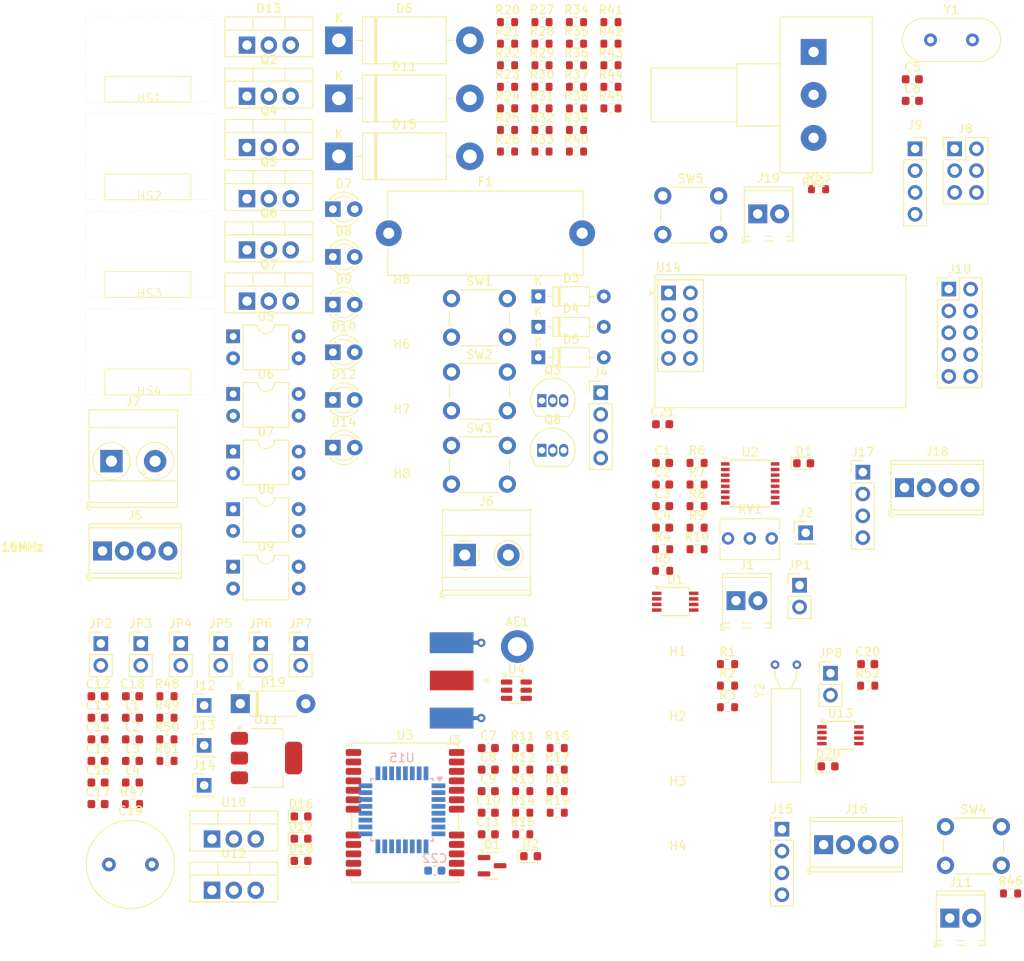
<source format=kicad_pcb>
(kicad_pcb (version 20240108) (generator "pcbnew") (generator_version "8.0")
  (layers (0 "F.Cu" signal) (31 "B.Cu" signal) (34 "B.Paste" user) (35 "F.Paste" user) (36 "B.SilkS" user "B.Silkscreen") (37 "F.SilkS" user "F.Silkscreen") (38 "B.Mask" user) (39 "F.Mask" user) (44 "Edge.Cuts" user))
  (net 0 "")
  (net 1 "+5V")
  (net 2 "GND")
  (net 3 "/Crystal/XTAl_1")
  (net 4 "/+24V")
  (net 5 "+3.3V")
  (net 6 "+VCap")
  (net 7 "/Power_Supply/Vcapa")
  (net 8 "/Crystal/XTAl_2")
  (net 9 "Net-(D17-K)")
  (net 10 "Net-(D16-A)")
  (net 11 "/RST")
  (net 12 "Net-(D16-K)")
  (net 13 "/UserActions/Button")
  (net 14 "/MCU/PD5-D5~")
  (net 15 "Net-(U2A-RCext)")
  (net 16 "Net-(D17-A)")
  (net 17 "Net-(U2A-Cext)")
  (net 18 "Net-(U1B-+)")
  (net 19 "Net-(U4-RFC)")
  (net 20 "/GNSS/RX")
  (net 21 "/MCU/PD4-D4")
  (net 22 "/GNSS/TX")
  (net 23 "Net-(U3-RF_IN)")
  (net 24 "Net-(U4-RF1)")
  (net 25 "Net-(U4-RF2)")
  (net 26 "Net-(J3-In)")
  (net 27 "/MCU/PD3-D3-(INT1)~")
  (net 28 "/MCU/PB2-D10~")
  (net 29 "/MCU/PB1-D9~")
  (net 30 "/MCU/MOSI")
  (net 31 "/MCU/PC1-A1")
  (net 32 "/MCU/CLK")
  (net 33 "Net-(JP3-A)")
  (net 34 "Net-(D12-K)")
  (net 35 "Net-(JP5-A)")
  (net 36 "Net-(D1-A)")
  (net 37 "Net-(D18-K)")
  (net 38 "Net-(D18-A)")
  (net 39 "/MCU/MISO")
  (net 40 "Net-(AE1-A)")
  (net 41 "/MCU/PD2-D2-(INT0)")
  (net 42 "/MCU/PC0-A0")
  (net 43 "/GNSS/~{INTERNAL_ANTENNA}")
  (net 44 "/MCU/PC3-A3")
  (net 45 "GND_GNSS")
  (net 46 "+3.3V_GNSS")
  (net 47 "/MCU/PD6-D6~")
  (net 48 "/TIMEPULSE")
  (net 49 "Net-(D1-K)")
  (net 50 "Net-(D19-A)")
  (net 51 "/MCU/PB0")
  (net 52 "/V_{A_{2}}")
  (net 53 "Net-(D2-A)")
  (net 54 "Net-(D3-A)")
  (net 55 "/Motors/ENABLE")
  (net 56 "Net-(D4-A)")
  (net 57 "/Motors/IN_A")
  (net 58 "Net-(D5-A)")
  (net 59 "/Motors/IN_B")
  (net 60 "/OLED/A")
  (net 61 "/OLED/B")
  (net 62 "+24V")
  (net 63 "Net-(D6-K)")
  (net 64 "+VCap_GNSS")
  (net 65 "Net-(D7-K)")
  (net 66 "/Anemometer/SCL")
  (net 67 "/Anemometer/SDA")
  (net 68 "/MCU/PD7-D7")
  (net 69 "Net-(D8-K)")
  (net 70 "Net-(D9-A)")
  (net 71 "Net-(D9-K)")
  (net 72 "Net-(D10-K)")
  (net 73 "+VCC_Motor")
  (net 74 "Net-(D11-K)")
  (net 75 "Net-(D14-A)")
  (net 76 "Net-(D14-K)")
  (net 77 "Net-(D19-K)")
  (net 78 "Net-(D20-K)")
  (net 79 "Net-(J1-Pin_1)")
  (net 81 "Net-(JP8-A)")
  (net 82 "Net-(JP8-B)")
  (net 83 "Net-(Q1-D)")
  (net 84 "Net-(Q2-G)")
  (net 85 "Net-(Q3-D)")
  (net 86 "Net-(Q4-G)")
  (net 87 "Net-(Q6-G)")
  (net 88 "Net-(Q7-G)")
  (net 89 "Net-(U2A-Q)")
  (net 90 "Net-(U1A-+)")
  (net 91 "Net-(U1B--)")
  (net 92 "Net-(U3-TXD{slash}SPI_MISO)")
  (net 93 "Net-(R12-Pad2)")
  (net 94 "Net-(U3-RXD{slash}SPI_MOSI)")
  (net 95 "Net-(R15-Pad1)")
  (net 96 "Net-(U3-TIMEPULSE)")
  (net 97 "Net-(SW1A-B)")
  (net 98 "Net-(SW2A-B)")
  (net 99 "Net-(R23-Pad2)")
  (net 100 "Net-(SW3A-B)")
  (net 101 "Net-(R28-Pad1)")
  (net 102 "Net-(R30-Pad2)")
  (net 103 "Net-(R31-Pad2)")
  (net 104 "Net-(R32-Pad2)")
  (net 105 "Net-(R34-Pad1)")
  (net 106 "Net-(R41-Pad1)")
  (net 107 "Net-(R42-Pad2)")
  (net 108 "Net-(R44-Pad1)")
  (net 109 "Net-(R45-Pad1)")
  (net 110 "Net-(U12-ADJ)")
  (net 111 "Net-(U1A--)")
  (net 134 "Net-(U13-X2)")
  (net 135 "Net-(U13-X1)")
  (footprint "Capacitor_SMD:C_0603_1608Metric" (layer "F.Cu") (at 97.155 129.51)
    (property "Reference" "C15" (at 0 -1.43 0) (layer "F.SilkS"))
    (property "Value" "100nF")
    (pad "1" smd roundrect (at -0.775 0) (size 0.9 0.95) (layers "F.Cu" "F.Paste" "F.Mask") (net 1 "+5V"))
    (pad "2" smd roundrect (at 0.775 0) (size 0.9 0.95) (layers "F.Cu" "F.Paste" "F.Mask") (net 2 "GND"))
  )
  (footprint "Fuse:Fuseholder_Cylinder-5x20mm_Schurter_0031_8201_Horizontal_Open" (layer "F.Cu") (at 130.975 68.09)
    (property "Reference" "F1" (at 11.25 -6 0) (layer "F.SilkS"))
    (property "Value" "Fuse")
    (pad "" np_thru_hole circle (at 11.25 0) (size 2.7 2.7) (drill 2.7) (layers "*.Cu" "*.Mask"))
    (pad "1" thru_hole circle (at 0 0) (size 3 3) (drill 1.3) (layers "*.Cu" "*.Mask") (net 63 "Net-(D6-K)"))
    (pad "2" thru_hole circle (at 22.5 0) (size 3 3) (drill 1.3) (layers "*.Cu" "*.Mask") (net 70 "Net-(D9-A)"))
  )
  (footprint "Resistor_SMD:R_0603_1608Metric" (layer "F.Cu") (at 203.315 144.94)
    (property "Reference" "R46" (at 0 -1.43 0) (layer "F.SilkS"))
    (property "Value" "10k")
    (pad "1" smd roundrect (at -0.825 0) (size 0.8 0.95) (layers "F.Cu" "F.Paste" "F.Mask") (net 1 "+5V"))
    (pad "2" smd roundrect (at 0.825 0) (size 0.8 0.95) (layers "F.Cu" "F.Paste" "F.Mask") (net 11 "/RST"))
  )
  (footprint "Package_TO_SOT_THT:TO-220-3_Vertical" (layer "F.Cu") (at 114.485 75.99)
    (property "Reference" "Q7" (at 2.54 -4.27 0) (layer "F.SilkS"))
    (property "Value" "IRF520")
    (pad "1" thru_hole rect (at 0 0) (size 1.905 2) (drill 1.1) (layers "*.Cu" "*.Mask") (net 88 "Net-(Q7-G)"))
    (pad "2" thru_hole oval (at 2.54 0) (size 1.905 2) (drill 1.1) (layers "*.Cu" "*.Mask") (net 75 "Net-(D14-A)"))
    (pad "3" thru_hole oval (at 5.08 0) (size 1.905 2) (drill 1.1) (layers "*.Cu" "*.Mask") (net 2 "GND"))
  )
  (footprint "Connector_PinHeader_2.54mm:PinHeader_1x02_P2.54mm_Vertical" (layer "F.Cu") (at 120.725 115.85)
    (property "Reference" "JP7" (at 0 -2.33 0) (layer "F.SilkS"))
    (property "Value" "Jumper")
    (pad "1" thru_hole rect (at 0 0) (size 1.7 1.7) (drill 1) (layers "*.Cu" "*.Mask") (net 5 "+3.3V"))
    (pad "2" thru_hole oval (at 0 2.54) (size 1.7 1.7) (drill 1) (layers "*.Cu" "*.Mask") (net 38 "Net-(D18-A)"))
  )
  (footprint "Resistor_SMD:R_0603_1608Metric" (layer "F.Cu") (at 148.805 43.52)
    (property "Reference" "R27" (at 0 -1.43 0) (layer "F.SilkS"))
    (property "Value" "1k")
    (pad "1" smd roundrect (at -0.825 0) (size 0.8 0.95) (layers "F.Cu" "F.Paste" "F.Mask") (net 84 "Net-(Q2-G)"))
    (pad "2" smd roundrect (at 0.825 0) (size 0.8 0.95) (layers "F.Cu" "F.Paste" "F.Mask") (net 70 "Net-(D9-A)"))
  )
  (footprint "MountingHole:MountingHole_3mm" (layer "F.Cu") (at 132.475 92.54)
    (property "Reference" "H7" (at 0 -4 0) (layer "F.SilkS"))
    (property "Value" "MountingHole")
    (pad "" np_thru_hole circle (at 0 0) (size 3 3) (drill 3) (layers "*.Cu" "*.Mask"))
  )
  (footprint "Button_Switch_THT:SW_PUSH_6mm_H8mm" (layer "F.Cu") (at 138.275 75.69)
    (property "Reference" "SW1" (at 3.25 -2 0) (layer "F.SilkS"))
    (property "Value" "SW_E")
    (pad "1" thru_hole circle (at 0 0 90) (size 2 2) (drill 1.1) (layers "*.Cu" "*.Mask") (net 55 "/Motors/ENABLE"))
    (pad "1" thru_hole circle (at 6.5 0 90) (size 2 2) (drill 1.1) (layers "*.Cu" "*.Mask") (net 55 "/Motors/ENABLE"))
    (pad "2" thru_hole circle (at 0 4.5 90) (size 2 2) (drill 1.1) (layers "*.Cu" "*.Mask") (net 97 "Net-(SW1A-B)"))
    (pad "2" thru_hole circle (at 6.5 4.5 90) (size 2 2) (drill 1.1) (layers "*.Cu" "*.Mask") (net 97 "Net-(SW1A-B)"))
  )
  (footprint "Resistor_SMD:R_0603_1608Metric" (layer "F.Cu") (at 146.565 130.52)
    (property "Reference" "R12" (at 0 -1.43 0) (layer "F.SilkS"))
    (property "Value" "0")
    (pad "1" smd roundrect (at -0.825 0) (size 0.8 0.95) (layers "F.Cu" "F.Paste" "F.Mask") (net 22 "/GNSS/TX"))
    (pad "2" smd roundrect (at 0.825 0) (size 0.8 0.95) (layers "F.Cu" "F.Paste" "F.Mask") (net 93 "Net-(R12-Pad2)"))
  )
  (footprint "Diode_THT:D_DO-201AD_P15.24mm_Horizontal" (layer "F.Cu") (at 125.175 59.14)
    (property "Reference" "D15" (at 7.62 -3.72 0) (layer "F.SilkS"))
    (property "Value" "1N5408")
    (fp_text user "K" (at 0 -2.6 0) (layer "F.SilkS"))
    (pad "1" thru_hole rect (at 0 0) (size 3.2 3.2) (drill 1.6) (layers "*.Cu" "*.Mask") (net 75 "Net-(D14-A)"))
    (pad "2" thru_hole oval (at 15.24 0) (size 3.2 3.2) (drill 1.6) (layers "*.Cu" "*.Mask") (net 2 "GND"))
  )
  (footprint "Capacitor_SMD:C_0603_1608Metric" (layer "F.Cu") (at 162.835 102.36)
    (property "Reference" "C4" (at 0 -1.43 0) (layer "F.SilkS"))
    (property "Value" "100nF")
    (pad "1" smd roundrect (at -0.775 0) (size 0.9 0.95) (layers "F.Cu" "F.Paste" "F.Mask") (net 18 "Net-(U1B-+)"))
    (pad "2" smd roundrect (at 0.775 0) (size 0.9 0.95) (layers "F.Cu" "F.Paste" "F.Mask") (net 2 "GND"))
  )
  (footprint "Connector_PinHeader_2.54mm:PinHeader_1x04_P2.54mm_Vertical" (layer "F.Cu") (at 186.125 95.9)
    (property "Reference" "J17" (at 0 -2.33 0) (layer "F.SilkS"))
    (property "Value" "PinHeader_Control")
    (pad "1" thru_hole rect (at 0 0) (size 1.7 1.7) (drill 1) (layers "*.Cu" "*.Mask") (net 1 "+5V"))
    (pad "2" thru_hole oval (at 0 2.54) (size 1.7 1.7) (drill 1) (layers "*.Cu" "*.Mask") (net 67 "/Anemometer/SDA"))
    (pad "3" thru_hole oval (at 0 5.08) (size 1.7 1.7) (drill 1) (layers "*.Cu" "*.Mask") (net 66 "/Anemometer/SCL"))
    (pad "4" thru_hole oval (at 0 7.62) (size 1.7 1.7) (drill 1) (layers "*.Cu" "*.Mask") (net 2 "GND"))
  )
  (footprint "Resistor_SMD:R_0603_1608Metric" (layer "F.Cu") (at 166.845 99.85)
    (property "Reference" "R8" (at 0 -1.43 0) (layer "F.SilkS"))
    (property "Value" "10k")
    (pad "1" smd roundrect (at -0.825 0) (size 0.8 0.95) (layers "F.Cu" "F.Paste" "F.Mask") (net 90 "Net-(U1A-+)"))
    (pad "2" smd roundrect (at 0.825 0) (size 0.8 0.95) (layers "F.Cu" "F.Paste" "F.Mask") (net 41 "/MCU/PD2-D2-(INT0)"))
  )
  (footprint "Button_Switch_THT:SW_PUSH_6mm_H8mm" (layer "F.Cu") (at 195.745 137.16)
    (property "Reference" "SW4" (at 3.25 -2 0) (layer "F.SilkS"))
    (property "Value" "SW_B")
    (pad "1" thru_hole circle (at 0 0 90) (size 2 2) (drill 1.1) (layers "*.Cu" "*.Mask") (net 2 "GND"))
    (pad "1" thru_hole circle (at 6.5 0 90) (size 2 2) (drill 1.1) (layers "*.Cu" "*.Mask") (net 2 "GND"))
    (pad "2" thru_hole circle (at 0 4.5 90) (size 2 2) (drill 1.1) (layers "*.Cu" "*.Mask") (net 11 "/RST"))
    (pad "2" thru_hole circle (at 6.5 4.5 90) (size 2 2) (drill 1.1) (layers "*.Cu" "*.Mask") (net 11 "/RST"))
  )
  (footprint "Diode_THT:D_DO-41_SOD81_P7.62mm_Horizontal" (layer "F.Cu") (at 113.705 122.85)
    (property "Reference" "D19" (at 3.81 -2.47 0) (layer "F.SilkS"))
    (property "Value" "1N4818")
    (fp_text user "K" (at 0 -2.1 0) (layer "F.SilkS"))
    (pad "1" thru_hole rect (at 0 0) (size 2.2 2.2) (drill 1.1) (layers "*.Cu" "*.Mask") (net 77 "Net-(D19-K)"))
    (pad "2" thru_hole oval (at 7.62 0) (size 2.2 2.2) (drill 1.1) (layers "*.Cu" "*.Mask") (net 50 "Net-(D19-A)"))
  )
  (footprint "Connector_PinHeader_2.54mm:PinHeader_1x01_P2.54mm_Vertical" (layer "F.Cu") (at 109.505 127.7)
    (property "Reference" "J13" (at 0 -2.33 0) (layer "F.SilkS"))
    (property "Value" "GND")
    (pad "1" thru_hole rect (at 0 0) (size 1.7 1.7) (drill 1) (layers "*.Cu" "*.Mask") (net 2 "GND"))
  )
  (footprint "Capacitor_SMD:C_0603_1608Metric" (layer "F.Cu") (at 97.155 121.98)
    (property "Reference" "C12" (at 0 -1.43 0) (layer "F.SilkS"))
    (property "Value" "100nF")
    (pad "1" smd roundrect (at -0.775 0) (size 0.9 0.95) (layers "F.Cu" "F.Paste" "F.Mask") (net 12 "Net-(D16-K)"))
    (pad "2" smd roundrect (at 0.775 0) (size 0.9 0.95) (layers "F.Cu" "F.Paste" "F.Mask") (net 2 "GND"))
  )
  (footprint "Connector_PinHeader_2.54mm:PinHeader_1x02_P2.54mm_Vertical" (layer "F.Cu") (at 182.365 119.31)
    (property "Reference" "JP8" (at 0 -2.33 0) (layer "F.SilkS"))
    (property "Value" "Jumper")
    (pad "1" thru_hole rect (at 0 0) (size 1.7 1.7) (drill 1) (layers "*.Cu" "*.Mask") (net 81 "Net-(JP8-A)"))
    (pad "2" thru_hole oval (at 0 2.54) (size 1.7 1.7) (drill 1) (layers "*.Cu" "*.Mask") (net 82 "Net-(JP8-B)"))
  )
  (footprint "Resistor_SMD:R_0603_1608Metric" (layer "F.Cu") (at 148.805 46.03)
    (property "Reference" "R28" (at 0 -1.43 0) (layer "F.SilkS"))
    (property "Value" "2.2K")
    (pad "1" smd roundrect (at -0.825 0) (size 0.8 0.95) (layers "F.Cu" "F.Paste" "F.Mask") (net 101 "Net-(R28-Pad1)"))
    (pad "2" smd roundrect (at 0.825 0) (size 0.8 0.95) (layers "F.Cu" "F.Paste" "F.Mask") (net 84 "Net-(Q2-G)"))
  )
  (footprint "TerminalBlock_Phoenix:TerminalBlock_Phoenix_MPT-0,5-4-2.54_1x04_P2.54mm_Horizontal" (layer "F.Cu") (at 97.675 105.07)
    (property "Reference" "J5" (at 3.81 -4.16 0) (layer "F.SilkS"))
    (property "Value" "Control")
    (pad "1" thru_hole rect (at 0 0) (size 2.2 2.2) (drill 1.1) (layers "*.Cu" "*.Mask") (net 2 "GND"))
    (pad "2" thru_hole circle (at 2.54 0) (size 2.2 2.2) (drill 1.1) (layers "*.Cu" "*.Mask") (net 58 "Net-(D5-A)"))
    (pad "3" thru_hole circle (at 5.08 0) (size 2.2 2.2) (drill 1.1) (layers "*.Cu" "*.Mask") (net 56 "Net-(D4-A)"))
    (pad "4" thru_hole circle (at 7.62 0) (size 2.2 2.2) (drill 1.1) (layers "*.Cu" "*.Mask") (net 54 "Net-(D3-A)"))
  )
  (footprint "Diode_THT:D_DO-35_SOD27_P7.62mm_Horizontal" (layer "F.Cu") (at 148.375 75.44)
    (property "Reference" "D3" (at 3.81 -2.12 0) (layer "F.SilkS"))
    (property "Value" "1N4148")
    (fp_text user "K" (at 0 -1.8 0) (layer "F.SilkS"))
    (pad "1" thru_hole rect (at 0 0) (size 1.6 1.6) (drill 0.8) (layers "*.Cu" "*.Mask") (net 55 "/Motors/ENABLE"))
    (pad "2" thru_hole oval (at 7.62 0) (size 1.6 1.6) (drill 0.8) (layers "*.Cu" "*.Mask") (net 54 "Net-(D3-A)"))
  )
  (footprint "Resistor_SMD:R_0603_1608Metric" (layer "F.Cu") (at 150.575 133.03)
    (property "Reference" "R18" (at 0 -1.43 0) (layer "F.SilkS"))
    (property "Value" "10k")
    (pad "1" smd roundrect (at -0.825 0) (size 0.8 0.95) (layers "F.Cu" "F.Paste" "F.Mask") (net 45 "GND_GNSS"))
    (pad "2" smd roundrect (at 0.825 0) (size 0.8 0.95) (layers "F.Cu" "F.Paste" "F.Mask") (net 43 "/GNSS/~{INTERNAL_ANTENNA}"))
  )
  (footprint "Resistor_SMD:R_0603_1608Metric" (layer "F.Cu") (at 186.695 120.75)
    (property "Reference" "R52" (at 0 -1.43 0) (layer "F.SilkS"))
    (property "Value" "270")
    (pad "1" smd roundrect (at -0.825 0) (size 0.8 0.95) (layers "F.Cu" "F.Paste" "F.Mask") (net 78 "Net-(D20-K)"))
    (pad "2" smd roundrect (at 0.825 0) (size 0.8 0.95) (layers "F.Cu" "F.Paste" "F.Mask") (net 82 "Net-(JP8-B)"))
  )
  (footprint "Package_DIP:DIP-4_W7.62mm" (layer "F.Cu") (at 112.875 106.9)
    (property "Reference" "U9" (at 3.81 -2.33 0) (layer "F.SilkS"))
    (property "Value" "PC817")
    (pad "1" thru_hole rect (at 0 0) (size 1.6 1.6) (drill 0.8) (layers "*.Cu" "*.Mask") (net 109 "Net-(R45-Pad1)"))
    (pad "2" thru_hole oval (at 0 2.54) (size 1.6 1.6) (drill 0.8) (layers "*.Cu" "*.Mask") (net 2 "GND"))
    (pad "3" thru_hole oval (at 7.62 2.54) (size 1.6 1.6) (drill 0.8) (layers "*.Cu" "*.Mask") (net 2 "GND"))
    (pad "4" thru_hole oval (at 7.62 0) (size 1.6 1.6) (drill 0.8) (layers "*.Cu" "*.Mask") (net 106 "Net-(R41-Pad1)"))
  )
  (footprint "Connector_PinHeader_2.54mm:PinHeader_2x03_P2.54mm_Vertical" (layer "F.Cu") (at 196.805 58.26)
    (property "Reference" "J8" (at 1.27 -2.33 0) (layer "F.SilkS"))
    (property "Value" "I2C_Selector")
    (pad "1" thru_hole rect (at 0 0) (size 1.7 1.7) (drill 1) (layers "*.Cu" "*.Mask") (net 67 "/Anemometer/SDA"))
    (pad "2" thru_hole oval (at 2.54 0) (size 1.7 1.7) (drill 1) (layers "*.Cu" "*.Mask") (net 67 "/Anemometer/SDA"))
    (pad "3" thru_hole oval (at 0 2.54) (size 1.7 1.7) (drill 1) (layers "*.Cu" "*.Mask") (net 61 "/OLED/B"))
    (pad "4" thru_hole oval (at 2.54 2.54) (size 1.7 1.7) (drill 1) (layers "*.Cu" "*.Mask") (net 60 "/OLED/A"))
    (pad "5" thru_hole oval (at 0 5.08) (size 1.7 1.7) (drill 1) (layers "*.Cu" "*.Mask") (net 66 "/Anemometer/SCL"))
    (pad "6" thru_hole oval (at 2.54 5.08) (size 1.7 1.7) (drill 1) (layers "*.Cu" "*.Mask") (net 66 "/Anemometer/SCL"))
  )
  (footprint "Resistor_SMD:R_0603_1608Metric" (layer "F.Cu") (at 156.825 43.52)
    (property "Reference" "R41" (at 0 -1.43 0) (layer "F.SilkS"))
    (property "Value" "2.2K")
    (pad "1" smd roundrect (at -0.825 0) (size 0.8 0.95) (layers "F.Cu" "F.Paste" "F.Mask") (net 106 "Net-(R41-Pad1)"))
    (pad "2" smd roundrect (at 0.825 0) (size 0.8 0.95) (layers "F.Cu" "F.Paste" "F.Mask") (net 87 "Net-(Q6-G)"))
  )
  (footprint "Connector_PinHeader_2.54mm:PinHeader_1x02_P2.54mm_Vertical" (layer "F.Cu") (at 178.765 109.06)
    (property "Reference" "JP1" (at 0 -2.33 0) (layer "F.SilkS"))
    (property "Value" "Jumper")
    (pad "1" thru_hole rect (at 0 0) (size 1.7 1.7) (drill 1) (layers "*.Cu" "*.Mask") (net 41 "/MCU/PD2-D2-(INT0)"))
    (pad "2" thru_hole oval (at 0 2.54) (size 1.7 1.7) (drill 1) (layers "*.Cu" "*.Mask") (net 36 "Net-(D1-A)"))
  )
  (footprint "Resistor_SMD:R_0603_1608Metric" (layer "F.Cu") (at 152.815 43.52)
    (property "Reference" "R34" (at 0 -1.43 0) (layer "F.SilkS"))
    (property "Value" "2.2K")
    (pad "1" smd roundrect (at -0.825 0) (size 0.8 0.95) (layers "F.Cu" "F.Paste" "F.Mask") (net 105 "Net-(R34-Pad1)"))
    (pad "2" smd roundrect (at 0.825 0) (size 0.8 0.95) (layers "F.Cu" "F.Paste" "F.Mask") (net 86 "Net-(Q4-G)"))
  )
  (footprint "Resistor_SMD:R_0603_1608Metric" (layer "F.Cu") (at 152.815 53.56)
    (property "Reference" "R38" (at 0 -1.43 0) (layer "F.SilkS"))
    (property "Value" "3.3K")
    (pad "1" smd roundrect (at -0.825 0) (size 0.8 0.95) (layers "F.Cu" "F.Paste" "F.Mask") (net 76 "Net-(D14-K)"))
    (pad "2" smd roundrect (at 0.825 0) (size 0.8 0.95) (layers "F.Cu" "F.Paste" "F.Mask") (net 2 "GND"))
  )
  (footprint "Resistor_SMD:R_0603_1608Metric" (layer "F.Cu") (at 166.845 102.36)
    (property "Reference" "R9" (at 0 -1.43 0) (layer "F.SilkS"))
    (property "Value" "10k")
    (pad "1" smd roundrect (at -0.825 0) (size 0.8 0.95) (layers "F.Cu" "F.Paste" "F.Mask") (net 2 "GND"))
    (pad "2" smd roundrect (at 0.825 0) (size 0.8 0.95) (layers "F.Cu" "F.Paste" "F.Mask") (net 41 "/MCU/PD2-D2-(INT0)"))
  )
  (footprint "Resistor_SMD:R_0603_1608Metric" (layer "F.Cu") (at 144.795 43.52)
    (property "Reference" "R20" (at 0 -1.43 0) (layer "F.SilkS"))
    (property "Value" "2.7k")
    (pad "1" smd roundrect (at -0.825 0) (size 0.8 0.95) (layers "F.Cu" "F.Paste" "F.Mask") (net 63 "Net-(D6-K)"))
    (pad "2" smd roundrect (at 0.825 0) (size 0.8 0.95) (layers "F.Cu" "F.Paste" "F.Mask") (net 97 "Net-(SW1A-B)"))
  )
  (footprint "Inductor_SMD:L_0603_1608Metric" (layer "F.Cu") (at 101.165 127)
    (property "Reference" "L2" (at 0 -1.43 0) (layer "F.SilkS"))
    (property "Value" "L")
    (pad "1" smd roundrect (at -0.7875 0) (size 0.875 0.95) (layers "F.Cu" "F.Paste" "F.Mask") (net 2 "GND"))
    (pad "2" smd roundrect (at 0.7875 0) (size 0.875 0.95) (layers "F.Cu" "F.Paste" "F.Mask") (net 45 "GND_GNSS"))
  )
  (footprint "Inductor_SMD:L_0603_1608Metric" (layer "F.Cu") (at 101.165 132.02)
    (property "Reference" "L4" (at 0 -1.43 0) (layer "F.SilkS"))
    (property "Value" "L")
    (pad "1" smd roundrect (at -0.7875 0) (size 0.875 0.95) (layers "F.Cu" "F.Paste" "F.Mask") (net 2 "GND"))
    (pad "2" smd roundrect (at 0.7875 0) (size 0.875 0.95) (layers "F.Cu" "F.Paste" "F.Mask") (net 45 "GND_GNSS"))
  )
  (footprint "Capacitor_SMD:C_0603_1608Metric" (layer "F.Cu") (at 97.155 127)
    (property "Reference" "C14" (at 0 -1.43 0) (layer "F.SilkS"))
    (property "Value" "1mF")
    (pad "1" smd roundrect (at -0.775 0) (size 0.9 0.95) (layers "F.Cu" "F.Paste" "F.Mask") (net 33 "Net-(JP3-A)"))
    (pad "2" smd roundrect (at 0.775 0) (size 0.9 0.95) (layers "F.Cu" "F.Paste" "F.Mask") (net 2 "GND"))
  )
  (footprint "Resistor_SMD:R_0603_1608Metric" (layer "F.Cu") (at 162.835 107.38)
    (property "Reference" "R5" (at 0 -1.43 0) (layer "F.SilkS"))
    (property "Value" "10k")
    (pad "1" smd roundrect (at -0.825 0) (size 0.8 0.95) (layers "F.Cu" "F.Paste" "F.Mask") (net 1 "+5V"))
    (pad "2" smd roundrect (at 0.825 0) (size 0.8 0.95) (layers "F.Cu" "F.Paste" "F.Mask") (net 15 "Net-(U2A-RCext)"))
  )
  (footprint "TerminalBlock_Phoenix:TerminalBlock_Phoenix_MPT-0,5-4-2.54_1x04_P2.54mm_Horizontal" (layer "F.Cu") (at 190.975 97.7)
    (property "Reference" "J18" (at 3.81 -4.16 0) (layer "F.SilkS"))
    (property "Value" "Anemometer")
    (pad "1" thru_hole rect (at 0 0) (size 2.2 2.2) (drill 1.1) (layers "*.Cu" "*.Mask") (net 1 "+5V"))
    (pad "2" thru_hole circle (at 2.54 0) (size 2.2 2.2) (drill 1.1) (layers "*.Cu" "*.Mask") (net 67 "/Anemometer/SDA"))
    (pad "3" thru_hole circle (at 5.08 0) (size 2.2 2.2) (drill 1.1) (layers "*.Cu" "*.Mask") (net 66 "/Anemometer/SCL"))
    (pad "4" thru_hole circle (at 7.62 0) (size 2.2 2.2) (drill 1.1) (layers "*.Cu" "*.Mask") (net 2 "GND"))
  )
  (footprint "Resistor_SMD:R_0603_1608Metric" (layer "F.Cu") (at 105.175 121.98)
    (property "Reference" "R48" (at 0 -1.43 0) (layer "F.SilkS"))
    (property "Value" "100")
    (pad "1" smd roundrect (at -0.825 0) (size 0.8 0.95) (layers "F.Cu" "F.Paste" "F.Mask") (net 2 "GND"))
    (pad "2" smd roundrect (at 0.825 0) (size 0.8 0.95) (layers "F.Cu" "F.Paste" "F.Mask") (net 110 "Net-(U12-ADJ)"))
  )
  (footprint "Resistor_SMD:R_0603_1608Metric" (layer "F.Cu") (at 166.845 94.83)
    (property "Reference" "R6" (at 0 -1.43 0) (layer "F.SilkS"))
    (property "Value" "10k")
    (pad "1" smd roundrect (at -0.825 0) (size 0.8 0.95) (layers "F.Cu" "F.Paste" "F.Mask") (net 89 "Net-(U2A-Q)"))
    (pad "2" smd roundrect (at 0.825 0) (size 0.8 0.95) (layers "F.Cu" "F.Paste" "F.Mask") (net 18 "Net-(U1B-+)"))
  )
  (footprint "Capacitor_SMD:C_0603_1608Metric" (layer "F.Cu") (at 142.555 130.52)
    (property "Reference" "C8" (at 0 -1.43 0) (layer "F.SilkS"))
    (property "Value" "100nF")
    (pad "1" smd roundrect (at -0.775 0) (size 0.9 0.95) (layers "F.Cu" "F.Paste" "F.Mask") (net 45 "GND_GNSS"))
    (pad "2" smd roundrect (at 0.775 0) (size 0.9 0.95) (layers "F.Cu" "F.Paste" "F.Mask") (net 46 "+3.3V_GNSS"))
  )
  (footprint "HeatSink:HeastSink_MOSFET_15mm_10mm_20mm" (layer "F.Cu") (at 103.1168 86.9486)
    (property "Reference" "HS4" (at 0 -0.5 0) (layer "F.SilkS") (effects (font (thickness 0.1))))
    (property "Value" "Heatsink")
  )
  (footprint "LED_THT:LED_D3.0mm" (layer "F.Cu") (at 124.475 93.04)
    (property "Reference" "D14" (at 1.27 -2.96 0) (layer "F.SilkS"))
    (property "Value" "LED")
    (pad "1" thru_hole rect (at 0 0) (size 1.8 1.8) (drill 0.9) (layers "*.Cu" "*.Mask") (net 76 "Net-(D14-K)"))
    (pad "2" thru_hole circle (at 2.54 0) (size 1.8 1.8) (drill 0.9) (layers "*.Cu" "*.Mask") (net 75 "Net-(D14-A)"))
  )
  (footprint "Resistor_SMD:R_0603_1608Metric" (layer "F.Cu") (at 105.175 129.51)
    (property "Reference" "R51" (at 0 -1.43 0) (layer "F.SilkS"))
    (property "Value" "100")
    (pad "1" smd roundrect (at -0.825 0) (size 0.8 0.95) (layers "F.Cu" "F.Paste" "F.Mask") (net 77 "Net-(D19-K)"))
    (pad "2" smd roundrect (at 0.825 0) (size 0.8 0.95) (layers "F.Cu" "F.Paste" "F.Mask") (net 6 "+VCap"))
  )
  (footprint "TerminalBlock_Phoenix:TerminalBlock_Phoenix_MKDS-1,5-2-5.08_1x02_P5.08mm_Horizontal" (layer "F.Cu") (at 139.815 105.55)
    (property "Reference" "J6" (at 2.54 -6.26 0) (layer "F.SilkS"))
    (property "Value" "+24V")
    (pad "1" thru_hole rect (at 0 0) (size 2.6 2.6) (drill 1.3) (layers "*.Cu" "*.Mask") (net 62 "+24V"))
    (pad "2" thru_hole circle (at 5.08 0) (size 2.6 2.6) (drill 1.3) (layers "*.Cu" "*.Mask") (net 2 "GND"))
  )
  (footprint "Resistor_SMD:R_0603_1608Metric" (layer "F.Cu") (at 105.175 124.49)
    (property "Reference" "R49" (at 0 -1.43 0) (layer "F.SilkS"))
    (property "Value" "100")
    (pad "1" smd roundrect (at -0.825 0) (size 0.8 0.95) (layers "F.Cu" "F.Paste" "F.Mask") (net 110 "Net-(U12-ADJ)"))
    (pad "2" smd roundrect (at 0.825 0) (size 0.8 0.95) (layers "F.Cu" "F.Paste" "F.Mask") (net 7 "/Power_Supply/Vcapa"))
  )
  (footprint "Connector_PinHeader_2.54mm:PinHeader_1x01_P2.54mm_Vertical" (layer "F.Cu") (at 109.505 123.05)
    (property "Reference" "J12" (at 0 -2.33 0) (layer "F.SilkS"))
    (property "Value" "GND")
    (pad "1" thru_hole rect (at 0 0) (size 1.7 1.7) (drill 1) (layers "*.Cu" "*.Mask") (net 2 "GND"))
  )
  (footprint "Package_TO_SOT_THT:TO-220-3_Vertical" (layer "F.Cu") (at 114.485 70.03)
    (property "Reference" "Q6" (at 2.54 -4.27 0) (layer "F.SilkS"))
    (property "Value" "IRF4905")
    (pad "1" thru_hole rect (at 0 0) (size 1.905 2) (drill 1.1) (layers "*.Cu" "*.Mask") (net 87 "Net-(Q6-G)"))
    (pad "2" thru_hole oval (at 2.54 0) (size 1.905 2) (drill 1.1) (layers "*.Cu" "*.Mask") (net 75 "Net-(D14-A)"))
    (pad "3" thru_hole oval (at 5.08 0) (size 1.905 2) (drill 1.1) (layers "*.Cu" "*.Mask") (net 73 "+VCC_Motor"))
  )
  (footprint "Resistor_SMD:R_0603_1608Metric" (layer "F.Cu") (at 148.805 48.54)
    (property "Reference" "R29" (at 0 -1.43 0) (layer "F.SilkS"))
    (property "Value" "3.3K")
    (pad "1" smd roundrect (at -0.825 0) (size 0.8 0.95) (layers "F.Cu" "F.Paste" "F.Mask") (net 72 "Net-(D10-K)"))
    (pad "2" smd roundrect (at 0.825 0) (size 0.8 0.95) (layers "F.Cu" "F.Paste" "F.Mask") (net 2 "GND"))
  )
  (footprint "Resistor_SMD:R_0603_1608Metric" (layer "F.Cu") (at 144.795 46.03)
    (property "Reference" "R21" (at 0 -1.43 0) (layer "F.SilkS"))
    (property "Value" "2.7k")
    (pad "1" smd roundrect (at -0.825 0) (size 0.8 0.95) (layers "F.Cu" "F.Paste" "F.Mask") (net 73 "+VCC_Motor"))
    (pad "2" smd roundrect (at 0.825 0) (size 0.8 0.95) (layers "F.Cu" "F.Paste" "F.Mask") (net 98 "Net-(SW2A-B)"))
  )
  (footprint "Capacitor_SMD:C_0603_1608Metric" (layer "F.Cu") (at 191.885 50.17)
    (property "Reference" "C5" (at 0 -1.43 0) (layer "F.SilkS"))
    (property "Value" "22pF")
    (pad "1" smd roundrect (at -0.775 0) (size 0.9 0.95) (layers "F.Cu" "F.Paste" "F.Mask") (net 2 "GND"))
    (pad "2" smd roundrect (at 0.775 0) (size 0.9 0.95) (layers "F.Cu" "F.Paste" "F.Mask") (net 3 "/Crystal/XTAl_1"))
  )
  (footprint "Package_TO_SOT_THT:TO-220-3_Vertical" (layer "F.Cu") (at 114.485 58.11)
    (property "Reference" "Q4" (at 2.54 -4.27 0) (layer "F.SilkS"))
    (property "Value" "IRF4905")
    (pad "1" thru_hole rect (at 0 0) (size 1.905 2) (drill 1.1) (layers "*.Cu" "*.Mask") (net 86 "Net-(Q4-G)"))
    (pad "2" thru_hole oval (at 2.54 0) (size 1.905 2) (drill 1.1) (layers "*.Cu" "*.Mask") (net 74 "Net-(D11-K)"))
    (pad "3" thru_hole oval (at 5.08 0) (size 1.905 2) (drill 1.1) (layers "*.Cu" "*.Mask") (net 73 "+VCC_Motor"))
  )
  (footprint "Inductor_SMD:L_0603_1608Metric" (layer "F.Cu") (at 101.165 129.51)
    (property "Reference" "L3" (at 0 -1.43 0) (layer "F.SilkS"))
    (property "Value" "L")
    (pad "1" smd roundrect (at -0.7875 0) (size 0.875 0.95) (layers "F.Cu" "F.Paste" "F.Mask") (net 6 "+VCap"))
    (pad "2" smd roundrect (at 0.7875 0) (size 0.875 0.95) (layers "F.Cu" "F.Paste" "F.Mask") (net 64 "+VCap_GNSS"))
  )
  (footprint "Package_TO_SOT_SMD:SOT-23" (layer "F.Cu") (at 142.995 141.705)
    (property "Reference" "Q1" (at 0 -2.4 0) (layer "F.SilkS"))
    (property "Value" "SI2302")
    (pad "1" smd roundrect (at -0.9375 -0.95) (size 1.475 0.6) (layers "F.Cu" "F.Paste" "F.Mask") (net 43 "/GNSS/~{INTERNAL_ANTENNA}"))
    (pad "2" smd roundrect (at -0.9375 0.95) (size 1.475 0.6) (layers "F.Cu" "F.Paste" "F.Mask") (net 45 "GND_GNSS"))
    (pad "3" smd roundrect (at 0.9375 0) (size 1.475 0.6) (layers "F.Cu" "F.Paste" "F.Mask") (net 83 "Net-(Q1-D)"))
  )
  (footprint "Connector_PinHeader_2.54mm:PinHeader_2x05_P2.54mm_Vertical" (layer "F.Cu") (at 196.125 74.59)
    (property "Reference" "J10" (at 1.27 -2.33 0) (layer "F.SilkS"))
    (property "Value" "SPI_Programming")
    (pad "1" thru_hole rect (at 0 0) (size 1.7 1.7) (drill 1) (layers "*.Cu" "*.Mask") (net 30 "/MCU/MOSI"))
    (pad "2" thru_hole oval (at 2.54 0) (size 1.7 1.7) (drill 1) (layers "*.Cu" "*.Mask") (net 5 "+3.3V"))
    (pad "3" thru_hole oval (at 0 2.54) (size 1.7 1.7) (drill 1) (layers "*.Cu" "*.Mask"))
    (pad "4" thru_hole oval (at 2.54 2.54) (size 1.7 1.7) (drill 1) (layers "*.Cu" "*.Mask") (net 2 "GND"))
    (pad "5" thru_hole oval (at 0 5.08) (size 1.7 1.7) (drill 1) (layers "*.Cu" "*.Mask") (net 11 "/RST"))
    (pad "6" thru_hole oval (at 2.54 5.08) (size 1.7 1.7) (drill 1) (layers "*.Cu" "*.Mask") (net 2 "GND"))
    (pad "7" thru_hole oval (at 0 7.62) (size 1.7 1.7) (drill 1) (layers "*.Cu" "*.Mask") (net 32 "/MCU/CLK"))
    (pad "8" thru_hole oval (at 2.54 7.62) (size 1.7 1.7) (drill 1) (layers "*.Cu" "*.Mask") (net 2 "GND"))
    (pad "9" thru_hole oval (at 0 10.16) (size 1.7 1.7) (drill 1) (layers "*.Cu" "*.Mask") (net 39 "/MCU/MISO"))
    (pad "10" thru_hole oval (at 2.54 10.16) (size 1.7 1.7) (drill 1) (layers "*.Cu" "*.Mask") (net 2 "GND"))
  )
  (footprint "Connector_PinHeader_2.54mm:PinHeader_1x02_P2.54mm_Vertical" (layer "F.Cu") (at 97.475 115.85)
    (property "Reference" "JP2" (at 0 -2.33 0) (layer "F.SilkS"))
    (property "Value" "Jumper")
    (pad "1" thru_hole rect (at 0 0) (size 1.7 1.7) (drill 1) (layers "*.Cu" "*.Mask") (net 4 "/+24V"))
    (pad "2" thru_hole oval (at 0 2.54) (size 1.7 1.7) (drill 1) (layers "*.Cu" "*.Mask") (net 10 "Net-(D16-A)"))
  )
  (footprint "Resistor_SMD:R_0603_1608Metric" (layer "F.Cu") (at 101.165 134.53)
    (property "Reference" "R47" (at 0 -1.43 0) (layer "F.SilkS"))
    (property "Value" "270")
    (pad "1" smd roundrect (at -0.825 0) (size 0.8 0.95) (layers "F.Cu" "F.Paste" "F.Mask") (net 9 "Net-(D17-K)"))
    (pad "2" smd roundrect (at 0.825 0) (size 0.8 0.95) (layers "F.Cu" "F.Paste" "F.Mask") (net 2 "GND"))
  )
  (footprint "Capacitor_SMD:C_0603_1608Metric" (layer "F.Cu") (at 97.155 124.49)
    (property "Reference" "C13" (at 0 -1.43 0) (layer "F.SilkS"))
    (property "Value" "100nF")
    (pad "1" smd roundrect (at -0.775 0) (size 0.9 0.95) (layers "F.Cu" "F.Paste" "F.Mask") (net 33 "Net-(JP3-A)"))
    (pad "2" smd roundrect (at 0.775 0) (size 0.9 0.95) (layers "F.Cu" "F.Paste" "F.Mask") (net 2 "GND"))
  )
  (footprint "MountingHole:MountingHole_3mm" (layer "F.Cu") (at 164.605 135.86)
    (property "Reference" "H3" (at 0 -4 0) (layer "F.SilkS"))
    (property "Value" "MountingHole")
    (pad "" np_thru_hole circle (at 0 0) (size 3 3) (drill 3) (layers "*.Cu" "*.Mask"))
  )
  (footprint "Package_TO_SOT_THT:TO-92_Inline" (layer "F.Cu") (at 148.785 93.36)
    (property "Reference" "Q8" (at 1.27 -3.56 0) (layer "F.SilkS"))
    (property "Value" "2N7000")
    (pad "1" thru_hole rect (at 0 0) (size 1.05 1.5) (drill 0.75) (layers "*.Cu" "*.Mask") (net 2 "GND"))
    (pad "2" thru_hole oval (at 1.27 0) (size 1.05 1.5) (drill 0.75) (layers "*.Cu" "*.Mask") (net 59 "/Motors/IN_B"))
    (pad "3" thru_hole oval (at 2.54 0) (size 1.05 1.5) (drill 0.75) (layers "*.Cu" "*.Mask") (net 88 "Net-(Q7-G)"))
  )
  (footprint "Diode_THT:D_DO-35_SOD27_P7.62mm_Horizontal" (layer "F.Cu") (at 148.375 82.54)
    (property "Reference" "D5" (at 3.81 -2.12 0) (layer "F.SilkS"))
    (property "Value" "1N4148")
    (fp_text user "K" (at 0 -1.8 0) (layer "F.SilkS"))
    (pad "1" thru_hole rect (at 0 0) (size 1.6 1.6) (drill 0.8) (layers "*.Cu" "*.Mask") (net 59 "/Motors/IN_B"))
    (pad "2" thru_hole oval (at 7.62 0) (size 1.6 1.6) (drill 0.8) (layers "*.Cu" "*.Mask") (net 58 "Net-(D5-A)"))
  )
  (footprint "Connector_PinSocket_2.54mm:PinSocket_1x04_P2.54mm_Vertical" (layer "F.Cu") (at 192.205 58.26)
    (property "Reference" "J9" (at 0 -2.77 0) (layer "F.SilkS"))
    (property "Value" "OLED_SOCKET")
    (pad "1" thru_hole rect (at 0 0) (size 1.7 1.7) (drill 1) (layers "*.Cu" "*.Mask") (net 60 "/OLED/A"))
    (pad "2" thru_hole oval (at 0 2.54) (size 1.7 1.7) (drill 1) (layers "*.Cu" "*.Mask") (net 61 "/OLED/B"))
    (pad "3" thru_hole oval (at 0 5.08) (size 1.7 1.7) (drill 1) (layers "*.Cu" "*.Mask") (net 1 "+5V"))
    (pad "4" thru_hole oval (at 0 7.62) (size 1.7 1.7) (drill 1) (layers "*.Cu" "*.Mask") (net 2 "GND"))
  )
  (footprint "MountingHole:MountingHole_3mm" (layer "F.Cu") (at 132.475 77.44)
    (property "Reference" "H5" (at 0 -4 0) (layer "F.SilkS"))
    (property "Value" "MountingHole")
    (pad "" np_thru_hole circle (at 0 0) (size 3 3) (drill 3) (layers "*.Cu" "*.Mask"))
  )
  (footprint "Package_DIP:DIP-4_W7.62mm" (layer "F.Cu") (at 112.875 93.5)
    (property "Reference" "U7" (at 3.81 -2.33 0) (layer "F.SilkS"))
    (property "Value" "PC817")
    (pad "1" thru_hole rect (at 0 0) (size 1.6 1.6) (drill 0.8) (layers "*.Cu" "*.Mask") (net 102 "Net-(R30-Pad2)"))
    (pad "2" thru_hole oval (at 0 2.54) (size 1.6 1.6) (drill 0.8) (layers "*.Cu" "*.Mask") (net 2 "GND"))
    (pad "3" thru_hole oval (at 7.62 2.54) (size 1.6 1.6) (drill 0.8) (layers "*.Cu" "*.Mask") (net 85 "Net-(Q3-D)"))
    (pad "4" thru_hole oval (at 7.62 0) (size 1.6 1.6) (drill 0.8) (layers "*.Cu" "*.Mask") (net 104 "Net-(R32-Pad2)"))
  )
  (footprint "Resistor_SMD:R_0603_1608Metric" (layer "F.Cu") (at 148.805 51.05)
    (property "Reference" "R30" (at 0 -1.43 0) (layer "F.SilkS"))
    (property "Value" "470")
    (pad "1" smd roundrect (at -0.825 0) (size 0.8 0.95) (layers "F.Cu" "F.Paste" "F.Mask") (net 59 "/Motors/IN_B"))
    (pad "2" smd roundrect (at 0.825 0) (size 0.8 0.95) (layers "F.Cu" "F.Paste" "F.Mask") (net 102 "Net-(R30-Pad2)"))
  )
  (footprint "Capacitor_SMD:C_0603_1608Metric" (layer "F.Cu") (at 162.835 90.32)
    (property "Reference" "C21" (at 0 -1.43 0) (layer "F.SilkS"))
    (property "Value" "100nF")
    (pad "1" smd roundrect (at -0.775 0) (size 0.9 0.95) (layers "F.Cu" "F.Paste" "F.Mask") (net 5 "+3.3V"))
    (pad "2" smd roundrect (at 0.775 0) (size 0.9 0.95) (layers "F.Cu" "F.Paste" "F.Mask") (net 2 "GND"))
  )
  (footprint "TerminalBlock_Phoenix:TerminalBlock_Phoenix_MKDS-3-2-5.08_1x02_P5.08mm_Horizontal" (layer "F.Cu") (at 98.715 94.62)
    (property "Reference" "J7" (at 2.54 -6.96 0) (layer "F.SilkS"))
    (property "Value" "Motor")
    (pad "1" thru_hole rect (at 0 0) (size 2.6 2.6) (drill 1.3) (layers "*.Cu" "*.Mask") (net 74 "Net-(D11-K)"))
    (pad "2" thru_hole circle (at 5.08 0) (size 2.6 2.6) (drill 1.3) (layers "*.Cu" "*.Mask") (net 75 "Net-(D14-A)"))
  )
  (footprint "Resistor_SMD:R_0603_1608Metric" (layer "F.Cu") (at 156.825 46.03)
    (property "Reference" "R42" (at 0 -1.43 0) (layer "F.SilkS"))
    (property "Value" "1K")
    (pad "1" smd roundrect (at -0.825 0) (size 0.8 0.95) (layers "F.Cu" "F.Paste" "F.Mask") (net 73 "+VCC_Motor"))
    (pad "2" smd roundrect (at 0.825 0) (size 0.8 0.95) (layers "F.Cu" "F.Paste" "F.Mask") (net 107 "Net-(R42-Pad2)"))
  )
  (footprint "Resistor_SMD:R_0603_1608Metric" (layer "F.Cu") (at 148.805 58.58)
    (property "Reference" "R33" (at 0 -1.43 0) (layer "F.SilkS"))
    (property "Value" "100k")
    (pad "1" smd roundrect (at -0.825 0) (size 0.8 0.95) (layers "F.Cu" "F.Paste" "F.Mask") (net 85 "Net-(Q3-D)"))
    (pad "2" smd roundrect (at 0.825 0) (size 0.8 0.95) (layers "F.Cu" "F.Paste" "F.Mask") (net 2 "GND"))
  )
  (footprint "TerminalBlock_Phoenix:TerminalBlock_Phoenix_MPT-0,5-2-2.54_1x02_P2.54mm_Horizontal" (layer "F.Cu") (at 173.905 65.84)
    (property "Reference" "J19" (at 1.27 -4.16 0) (layer "F.SilkS"))
    (property "Value" "USR_BTN")
    (pad "" np_thru_hole circle (at 0 2.54) (size 1.1 1.1) (drill 1.1) (layers "*.Cu" "*.Mask"))
    (pad "" np_thru_hole circle (at 2.54 2.54) (size 1.1 1.1) (drill 1.1) (layers "*.Cu" "*.Mask"))
    (pad "1" thru_hole rect (at 0 0) (size 2.2 2.2) (drill 1.1) (layers "*.Cu" "*.Mask") (net 13 "/UserActions/Button"))
    (pad "2" thru_hole circle (at 2.54 0) (size 2.2 2.2) (drill 1.1) (layers "*.Cu" "*.Mask") (net 1 "+5V"))
  )
  (footprint "Resistor_SMD:R_0603_1608Metric" (layer "F.Cu") (at 105.175 127)
    (property "Reference" "R50" (at 0 -1.43 0) (layer "F.SilkS"))
    (property "Value" "270")
    (pad "1" smd roundrect (at -0.825 0) (size 0.8 0.95) (layers "F.Cu" "F.Paste" "F.Mask") (net 37 "Net-(D18-K)"))
    (pad "2" smd roundrect (at 0.825 0) (size 0.8 0.95) (layers "F.Cu" "F.Paste" "F.Mask") (net 2 "GND"))
  )
  (footprint "Package_TO_SOT_THT:TO-220-3_Vertical" (layer "F.Cu") (at 114.485 52.15)
    (property "Reference" "Q2" (at 2.54 -4.27 0) (layer "F.SilkS"))
    (property "Value" "IRF4905")
    (pad "1" thru_hole rect (at 0 0) (size 1.905 2) (drill 1.1) (layers "*.Cu" "*.Mask") (net 84 "Net-(Q2-G)"))
    (pad "2" thru_hole oval (at 2.54 0) (size 1.905 2) (drill 1.1) (layers "*.Cu" "*.Mask") (net 73 "+VCC_Motor"))
    (pad "3" thru_hole oval (at 5.08 0) (size 1.905 2) (drill 1.1) (layers "*.Cu" "*.Mask") (net 70 "Net-(D9-A)"))
  )
  (footprint "LED_SMD:LED_0603_1608Metric" (layer "F.Cu") (at 120.775 141.15)
    (property "Reference" "D18" (at 0 -1.43 0) (layer "F.SilkS"))
    (property "Value" "LED")
    (pad "1" smd roundrect (at -0.7875 0) (size 0.875 0.95) (layers "F.Cu" "F.Paste" "F.Mask") (net 37 "Net-(D18-K)"))
    (pad "2" smd roundrect (at 0.7875 0) (size 0.875 0.95) (layers "F.Cu" "F.Paste" "F.Mask") (net 38 "Net-(D18-A)"))
  )
  (footprint "HeatSink:HeastSink_MOSFET_15mm_10mm_20mm" (layer "F.Cu") (at 103.1168 52.8734)
    (property "Reference" "HS1" (at 0 -0.5 0) (layer "F.SilkS") (effects (font (thickness 0.1))))
    (property "Value" "Heatsink")
  )
  (footprint "Package_TO_SOT_THT:TO-220-3_Vertical" (layer "F.Cu") (at 114.485 46.19)
    (property "Reference" "D13" (at 2.54 -4.27 0) (layer "F.SilkS"))
    (property "Value" "D_Dual_CommonCathode_AAK")
    (pad "1" thru_hole rect (at 0 0) (size 1.905 2) (drill 1.1) (layers "*.Cu" "*.Mask") (net 74 "Net-(D11-K)"))
    (pad "2" thru_hole oval (at 2.54 0) (size 1.905 2) (drill 1.1) (layers "*.Cu" "*.Mask") (net 73 "+VCC_Motor"))
    (pad "3" thru_hole oval (at 5.08 0) (size 1.905 2) (drill 1.1) (layers "*.Cu" "*.Mask") (net 75 "Net-(D14-A)"))
  )
  (footprint "Resistor_SMD:R_0603_1608Metric" (layer "F.Cu") (at 146.565 138.05)
    (property "Reference" "R15" (at 0 -1.43 0) (layer "F.SilkS"))
    (property "Value" "0")
    (pad "1" smd roundrect (at -0.825 0) (size 0.8 0.95) (layers "F.Cu" "F.Paste" "F.Mask") (net 95 "Net-(R15-Pad1)"))
    (pad "2" smd roundrect (at 0.825 0) (size 0.8 0.95) (layers "F.Cu" "F.Paste" "F.Mask") (net 96 "Net-(U3-TIMEPULSE)"))
  )
  (footprint "MountingHole:MountingHole_3mm" (layer "F.Cu") (at 164.605 120.76)
    (property "Reference" "H1" (at 0 -4 0) (layer "F.SilkS"))
    (property "Value" "MountingHole")
    (pad "" np_thru_hole circle (at 0 0) (size 3 3) (drill 3) (layers "*.Cu" "*.Mask"))
  )
  (footprint "TerminalBlock_Phoenix:TerminalBlock_Phoenix_MPT-0,5-2-2.54_1x02_P2.54mm_Horizontal" (layer "F.Cu") (at 171.375 110.86)
    (property "Reference" "J1" (at 1.27 -4.16 0) (layer "F.SilkS"))
    (property "Value" "Wind")
    (pad "" np_thru_hole circle (at 0 2.54) (size 1.1 1.1) (drill 1.1) (layers "*.Cu" "*.Mask"))
    (pad "" np_thru_hole circle (at 2.54 2.54) (size 1.1 1.1) (drill 1.1) (layers "*.Cu" "*.Mask"))
    (pad "1" thru_hole rect (at 0 0) (size 2.2 2.2) (drill 1.1) (layers "*.Cu" "*.Mask") (net 79 "Net-(J1-Pin_1)"))
    (pad "2" thru_hole circle (at 2.54 0) (size 2.2 2.2) (drill 1.1) (layers "*.Cu" "*.Mask") (net 2 "GND"))
  )
  (footprint "Connector_PinHeader_2.54mm:PinHeader_1x02_P2.54mm_Vertical" (layer "F.Cu") (at 111.425 115.85)
    (property "Reference" "JP5" (at 0 -2.33 0) (layer "F.SilkS"))
    (property "Value" "Jumper")
    (pad "1" thru_hole rect (at 0 0) (size 1.7 1.7) (drill 1) (layers "*.Cu" "*.Mask") (net 35 "Net-(JP5-A)"))
    (pad "2" thru_hole oval (at 0 2.54) (size 1.7 1.7) (drill 1) (layers "*.Cu" "*.Mask") (net 5 "+3.3V"))
  )
  (footprint "HeatSink:HeastSink_MOSFET_15mm_10mm_20mm" (layer "F.Cu") (at 103.1168 64.2318)
    (property "Reference" "HS2" (at 0 -0.5 0) (layer "F.SilkS") (effects (font (thickness 0.1))))
    (property "Value" "Heatsink")
  )
  (footprint "Connector_PinHeader_2.54mm:PinHeader_1x04_P2.54mm_Vertical" (layer "F.Cu") (at 155.635 86.64)
    (property "Reference" "J4" (at 0 -2.33 0) (layer "F.SilkS"))
    (property "Value" "PinHeader_Control")
    (pad "1" thru_hole rect (at 0 0) (size 1.7 1.7) (drill 1) (layers "*.Cu" "*.Mask") (net 54 "Net-(D3-A)"))
    (pad "2" thru_hole oval (at 0 2.54) (size 1.7 1.7) (drill 1) (layers "*.Cu" "*.Mask") (net 56 "Net-(D4-A)"))
    (pad "3" thru_hole oval (at 0 5.08) (size 1.7 1.7) (drill 1) (layers "*.Cu" "*.Mask") (net 58 "Net-(D5-A)"))
    (pad "4" thru_hole oval (at 0 7.62) (size 1.7 1.7) (drill 1) (layers "*.Cu" "*.Mask") (net 2 "GND"))
  )
  (footprint "Package_TO_SOT_THT:TO-220-3_Vertical" (layer "F.Cu") (at 110.415 144.56)
    (property "Reference" "U12" (at 2.54 -4.27 0) (layer "F.SilkS"))
    (property "Value" "LM317_TO-220")
    (pad "1" thru_hole rect (at 0 0) (size 1.905 2) (drill 1.1) (layers "*.Cu" "*.Mask") (net 110 "Net-(U12-ADJ)"))
    (pad "2" thru_hole oval (at 2.54 0) (size 1.905 2) (drill 1.1) (layers "*.Cu" "*.Mask") (net 7 "/Power_Supply/Vcapa"))
    (pad "3" thru_hole oval (at 5.08 0) (size 1.905 2) (drill 1.1) (layers "*.Cu" "*.Mask") (net 1 "+5V"))
  )
  (footprint "LED_THT:LED_D3.0mm" (layer "F.Cu") (at 124.475 81.94)
    (property "Reference" "D10" (at 1.27 -2.96 0) (layer "F.SilkS"))
    (property "Value" "LED")
    (pad "1" thru_hole rect (at 0 0) (size 1.8 1.8) (drill 0.9) (layers "*.Cu" "*.Mask") (net 72 "Net-(D10-K)"))
    (pad "2" thru_hole circle (at 2.54 0) (size 1.8 1.8) (drill 0.9) (layers "*.Cu" "*.Mask") (net 73 "+VCC_Motor"))
  )
  (footprint "Package_TO_SOT_THT:TO-220-3_Vertical" (layer "F.Cu") (at 114.485 64.07)
    (property "Reference" "Q5" (at 2.54 -4.27 0) (layer "F.SilkS"))
    (property "Value" "IRF520")
    (pad "1" thru_hole rect (at 0 0) (size 1.905 2) (drill 1.1) (layers "*.Cu" "*.Mask") (net 85 "Net-(Q3-D)"))
    (pad "2" thru_hole oval (at 2.54 0) (size 1.905 2) (drill 1.1) (layers "*.Cu" "*.Mask") (net 74 "Net-(D11-K)"))
    (pad "3" thru_hole oval (at 5.08 0) (size 1.905 2) (drill 1.1) (layers "*.Cu" "*.Mask") (net 2 "GND"))
  )
  (footprint "Crystal:Crystal_AT310_D3.0mm_L10.0mm_Horizontal" (layer "F.Cu") (at 175.915 118.31)
    (property "Reference" "Y2" (at -1.75 3 90) (layer "F.SilkS"))
    (property "Value" "32kHz")
    (pad "1" thru_hole circle (at 0 0) (size 1 1) (drill 0.5) (layers "*.Cu" "*.Mask") (net 134 "Net-(U13-X2)"))
    (pad "2" thru_hole circle (at 2.54 0) (size 1 1) (drill 0.5) (layers "*.Cu" "*.Mask") (net 135 "Net-(U13-X1)"))
  )
  (footprint "Resistor_SMD:R_0603_1608Metric" (layer "F.Cu") (at 152.815 58.58)
    (property "Reference" "R40" (at 0 -1.43 0) (layer "F.SilkS"))
    (property "Value" "1K")
    (pad "1" smd roundrect (at -0.825 0) (size 0.8 0.95) (layers "F.Cu" "F.Paste" "F.Mask") (net 73 "+VCC_Motor"))
    (pad "2" smd roundrect (at 0.825 0) (size 0.8 0.95) (layers "F.Cu" "F.Paste" "F.Mask") (net 87 "Net-(Q6-G)"))
  )
  (footprint "MountingHole:MountingHole_3mm" (layer "F.Cu") (at 164.605 128.31)
    (property "Reference" "H2" (at 0 -4 0) (layer "F.SilkS"))
    (property "Value" "MountingHole")
    (pad "" np_thru_hole circle (at 0 0) (size 3 3) (drill 3) (layers "*.Cu" "*.Mask"))
  )
  (footprint "TerminalBlock_Phoenix:TerminalBlock_Phoenix_MPT-0,5-4-2.54_1x04_P2.54mm_Horizontal" (layer "F.Cu") (at 181.565 139.26)
    (property "Reference" "J16" (at 3.81 -4.16 0) (layer "F.SilkS"))
    (property "Value" "Stepper")
    (pad "1" thru_hole rect (at 0 0) (size 2.2 2.2) (drill 1.1) (layers "*.Cu" "*.Mask") (net 51 "/MCU/PB0"))
    (pad "2" thru_hole circle (at 2.54 0) (size 2.2 2.2) (drill 1.1) (layers "*.Cu" "*.Mask") (net 29 "/MCU/PB1-D9~"))
    (pad "3" thru_hole circle (at 5.08 0) (size 2.2 2.2) (drill 1.1) (layers "*.Cu" "*.Mask") (net 28 "/MCU/PB2-D10~"))
    (pad "4" thru_hole circle (at 7.62 0) (size 2.2 2.2) (drill 1.1) (layers "*.Cu" "*.Mask") (net 2 "GND"))
  )
  (footprint "LED_THT:LED_D3.0mm" (layer "F.Cu") (at 124.475 70.84)
    (property "Reference" "D8" (at 1.27 -2.96 0) (layer "F.SilkS"))
    (property "Value" "LED")
    (pad "1" thru_hole rect (at 0 0) (size 1.8 1.8) (drill 0.9) (layers "*.Cu" "*.Mask") (net 69 "Net-(D8-K)"))
    (pad "2" thru_hole circle (at 2.54 0) (size 1.8 1.8) (drill 0.9) (layers "*.Cu" "*.Mask") (net 57 "/Motors/IN_A"))
  )
  (footprint "HeatSink:HeastSink_MOSFET_15mm_10mm_20mm" (layer "F.Cu") (at 103.1168 75.5902)
    (property "Reference" "HS3" (at 0 -0.5 0) (layer "F.SilkS") (effects (font (thickness 0.1))))
    (property "Value" "Heatsink")
  )
  (footprint "Resistor_SMD:R_0603_1608Metric" (layer "F.Cu") (at 166.845 104.87)
    (property "Reference" "R10" (at 0 -1.43 0) (layer "F.SilkS"))
    (property "Value" "270")
    (pad "1" smd roundrect (at -0.825 0) (size 0.8 0.95) (layers "F.Cu" "F.Paste" "F.Mask") (net 49 "Net-(D1-K)"))
    (pad "2" smd roundrect (at 0.825 0) (size 0.8 0.95) (layers "F.Cu" "F.Paste" "F.Mask") (net 2 "GND"))
  )
  (footprint "Capacitor_SMD:C_0603_1608Metric" (layer "F.Cu") (at 142.555 133.03)
    (property "Reference" "C9" (at 0 -1.43 0) (layer "F.SilkS"))
    (property "Value" "100pF")
    (pad "1" smd roundrect (at -0.775 0) (size 0.9 0.95) (layers "F.Cu" "F.Paste" "F.Mask") (net 19 "Net-(U4-RFC)"))
    (pad "2" smd roundrect (at 0.775 0) (size 0.9 0.95) (layers "F.Cu" "F.Paste" "F.Mask") (net 23 "Net-(U3-RF_IN)"))
  )
  (footprint "Connector_PinHeader_2.54mm:PinHeader_1x02_P2.54mm_Vertical" (layer "F.Cu") (at 116.075 115.85)
    (property "Reference" "JP6" (at 0 -2.33 0) (layer "F.SilkS"))
    (property "Value" "Jumper")
    (pad "1" thru_hole rect (at 0 0) (size 1.7 1.7) (drill 1) (layers "*.Cu" "*.Mask") (net 7 "/Power_Supply/Vcapa"))
    (pad "2" thru_hole oval (at 0 2.54) (size 1.7 1.7) (drill 1) (layers "*.Cu" "*.Mask") (net 50 "Net-(D19-A)"))
  )
  (footprint "MountingHole:MountingHole_2.2mm_M2_DIN965_Pad" (layer "F.Cu") (at 145.925 116.2)
    (property "Reference" "AE1" (at 0 -2.9 0) (layer "F.SilkS"))
    (property "Value" "Internal_antenna")
    (pad "1" thru_hole circle (at 0 0) (size 3.8 3.8) (drill 2.2) (layers "*.Cu" "*.Mask") (net 40 "Net-(AE1-A)"))
  )
  (footprint "MountingHole:MountingHole_3mm" (layer "F.Cu") (at 132.475 84.99)
    (property "Reference" "H6" (at 0 -4 0) (layer "F.SilkS"))
    (property "Value" "MountingHole")
    (pad "" np_thru_hole circle (at 0 0) (size 3 3) (drill 3) (layers "*.Cu" "*.Mask"))
  )
  (footprint "Capacitor_SMD:C_0603_1608Metric" (layer "F.Cu") (at 101.165 121.98)
    (property "Reference" "C18" (at 0 -1.43 0) (layer "F.SilkS"))
    (property "Value" "100nF")
    (pad "1" smd roundrect (at -0.775 0) (size 0.9 0.95) (layers "F.Cu" "F.Paste" "F.Mask") (net 7 "/Power_Supply/Vcapa"))
    (pad "2" smd roundrect (at 0.775 0) (size 0.9 0.95) (layers "F.Cu" "F.Paste" "F.Mask") (net 2 "GND"))
  )
  (footprint "MountingHole:MountingHole_3mm" (layer "F.Cu") (at 132.475 100.09)
    (property "Reference" "H8" (at 0 -4 0) (layer "F.SilkS"))
    (property "Value" "MountingHole")
    (pad "" np_thru_hole circle (at 0 0) (size 3 3) (drill 3) (layers "*.Cu" "*.Mask"))
  )
  (footprint "Capacitor_SMD:C_0603_1608Metric" (layer "F.Cu") (at 142.555 138.05)
    (property "Reference" "C11" (at 0 -1.43 0) (layer "F.SilkS"))
    (property "Value" "100pF")
    (pad "1" smd roundrect (at -0.775 0) (size 0.9 0.95) (layers "F.Cu" "F.Paste" "F.Mask") (net 26 "Net-(J3-In)"))
    (pad "2" smd roundrect (at 0.775 0) (size 0.9 0.95) (layers "F.Cu" "F.Paste" "F.Mask") (net 25 "Net-(U4-RF2)"))
  )
  (footprint "Resistor_SMD:R_0603_1608Metric" (layer "F.Cu") (at 146.565 133.03)
    (property "Reference" "R13" (at 0 -1.43 0) (layer "F.SilkS"))
    (property "Value" "1k")
    (pad "1" smd roundrect (at -0.825 0) (size 0.8 0.95) (layers "F.Cu" "F.Paste" "F.Mask") (net 93 "Net-(R12-Pad2)"))
    (pad "2" smd roundrect (at 0.825 0) (size 0.8 0.95) (layers "F.Cu" "F.Paste" "F.Mask") (net 94 "Net-(U3-RXD{slash}SPI_MOSI)"))
  )
  (footprint "LED_THT:LED_D3.0mm" (layer "F.Cu") (at 124.475 65.29)
    (property "Reference" "D7" (at 1.27 -2.96 0) (layer "F.SilkS"))
    (property "Value" "LED")
    (pad "1" thru_hole rect (at 0 0) (size 1.8 1.8) (drill 0.9) (layers "*.Cu" "*.Mask") (net 65 "Net-(D7-K)"))
    (pad "2" thru_hole circle (at 2.54 0) (size 1.8 1.8) (drill 0.9) (layers "*.Cu" "*.Mask") (net 59 "/Motors/IN_B"))
  )
  (footprint "Inductor_SMD:L_0603_1608Metric" (layer "F.Cu") (at 101.165 124.49)
    (property "Reference" "L1" (at 0 -1.43 0) (layer "F.SilkS"))
    (property "Value" "L")
    (pad "1" smd roundrect (at -0.7875 0) (size 0.875 0.95) (layers "F.Cu" "F.Paste" "F.Mask") (net 5 "+3.3V"))
    (pad "2" smd roundrect (at 0.7875 0) (size 0.875 0.95) (layers "F.Cu" "F.Paste" "F.Mask") (net 46 "+3.3V_GNSS"))
  )
  (footprint "LED_THT:LED_D3.0mm" (layer "F.Cu") (at 124.475 76.39)
    (property "Reference" "D9" (at 1.27 -2.96 0) (layer "F.SilkS"))
    (property "Value" "LED")
    (pad "1" thru_hole rect (at 0 0) (size 1.8 1.8) (drill 0.9) (layers "*.Cu" "*.Mask") (net 71 "Net-(D9-K)"))
    (pad "2" thru_hole circle (at 2.54 0) (size 1.8 1.8) (drill 0.9) (layers "*.Cu" "*.Mask") (net 70 "Net-(D9-A)"))
  )
  (footprint "Package_TO_SOT_SMD:SOT-23-6" (layer "F.Cu") (at 145.825 121.275)
    (property "Reference" "U4" (at 0 -2.4 0) (layer "F.SilkS"))
    (property "Value" "AS193-73")
    (pad "1" smd roundrect (at -1.1375 -0.95) (size 1.325 0.6) (layers "F.Cu" "F.Paste" "F.Mask") (net 24 "Net-(U4-RF1)"))
    (pad "2" smd roundrect (at -1.1375 0) (size 1.325 0.6) (layers "F.Cu" "F.Paste" "F.Mask") (net 45 "GND_GNSS"))
    (pad "3" smd roundrect (at -1.1375 0.95) (size 1.325 0.6) (layers "F.Cu" "F.Paste" "F.Mask") (net 25 "Net-(U4-RF2)"))
    (pad "4" smd roundrect (at 1.1375 0.95) (size 1.325 0.6) (layers "F.Cu" "F.Paste" "F.Mask") (net 43 "/GNSS/~{INTERNAL_ANTENNA}"))
    (pad "5" smd roundrect (at 1.1375 0) (size 1.325 0.6) (layers "F.Cu" "F.Paste" "F.Mask") (net 19 "Net-(U4-RFC)"))
    (pad "6" smd roundrect (at 1.1375 -0.95) (size 1.325 0.6) (layers "F.Cu" "F.Paste" "F.Mask") (net 83 "Net-(Q1-D)"))
  )
  (footprint "Package_SO:SSOP-16_4.4x5.2mm_P0.65mm" (layer "F.Cu") (at 173.025 97.215)
    (property "Reference" "U2" (at 0 -3.65 0) (layer "F.SilkS"))
    (property "Value" "74HC123")
    (pad "1" smd rect (at -2.9 -2.275) (size 1 0.4) (layers "F.Cu" "F.Paste" "F.Mask"))
    (pad "2" smd rect (at -2.9 -1.625) (size 1 0.4) (layers "F.Cu" "F.Paste" "F.Mask") (net 79 "Net-(J1-Pin_1)"))
    (pad "3" smd rect (at -2.9 -0.975) (size 1 0.4) (layers "F.Cu" "F.Paste" "F.Mask") (net 2 "GND"))
    (pad "4" smd rect (at -2.9 -0.325) (size 1 0.4) (layers "F.Cu" "F.Paste" "F.Mask"))
    (pad "5" smd rect (at -2.9 0.325) (size 1 0.4) (layers "F.Cu" "F.Paste" "F.Mask"))
    (pad "6" smd rect (at -2.9 0.975) (size 1 0.4) (layers "F.Cu" "F.Paste" "F.Mask"))
    (pad "7" smd rect (at -2.9 1.625) (size 1 0.4) (layers "F.Cu" "F.Paste" "F.Mask"))
    (pad "8" smd rect (at -2.9 2.275) (size 1 0.4) (layers "F.Cu" "F.Paste" "F.Mask") (net 2 "GND"))
    (pad "9" smd rect (at 2.9 2.275) (size 1 0.4) (layers "F.Cu" "F.Paste" "F.Mask"))
    (pad "10" smd rect (at 2.9 1.625) (size 1 0.4) (layers "F.Cu" "F.Paste" "F.Mask"))
    (pad "11" smd rect (at 2.9 0.975) (size 1 0.4) (layers "F.Cu" "F.Paste" "F.Mask"))
    (pad "12" smd rect (at 2.9 0.325) (size 1 0.4) (layers "F.Cu" "F.Paste" "F.Mask"))
    (pad "13" smd rect (at 2.9 -0.325) (size 1 0.4) (layers "F.Cu" "F.Paste" "F.Mask") (net 89 "Net-(U2A-Q)"))
    (pad "14" smd rect (at 2.9 -0.975) (size 1 0.4) (layers "F.Cu" "F.Paste" "F.Mask") (net 17 "Net-(U2A-Cext)"))
    (pad "15" smd rect (at 2.9 -1.625) (size 1 0.4) (layers "F.Cu" "F.Paste" "F.Mask") (net 15 "Net-(U2A-RCext)"))
    (pad "16" smd rect (at 2.9 -2.275) (size 1 0.4) (layers "F.Cu" "F.Paste" "F.Mask") (net 1 "+5V"))
  )
  (footprint "Resistor_SMD:R_0603_1608Metric" (layer "F.Cu") (at 148.805 56.07)
    (property "Reference" "R32" (at 0 -1.43 0) (layer "F.SilkS"))
    (property "Value" "1K")
    (pad "1" smd roundrect (at -0.825 0) (size 0.8 0.95) (layers "F.Cu" "F.Paste" "F.Mask") (net 73 "+VCC_Motor"))
    (pad "2" smd roundrect (at 0.825 0) (size 0.8 0.95) (layers "F.Cu" "F.Paste" "F.Mask") (net 104 "Net-(R32-Pad2)"))
  )
  (footprint "Resistor_SMD:R_0603_1608Metric" (layer "F.Cu") (at 146.565 128.01)
    (property "Reference" "R11" (at 0 -1.43 0) (layer "F.SilkS"))
    (property "Value" "0")
    (pad "1" smd roundrect (at -0.825 0) (size 0.8 0.95) (layers "F.Cu" "F.Paste" "F.Mask") (net 20 "/GNSS/RX"))
    (pad "2" smd roundrect (at 0.825 0) (size 0.8 0.95) (layers "F.Cu" "F.Paste" "F.Mask") (net 92 "Net-(U3-TXD{slash}SPI_MISO)"))
  )
  (footprint "Diode_THT:D_DO-201AD_P15.24mm_Horizontal" (layer "F.Cu") (at 125.175 45.64)
    (property "Reference" "D6" (at 7.62 -3.72 0) (layer "F.SilkS"))
    (property "Value" "1N5408")
    (fp_text user "K" (at 0 -2.6 0) (layer "F.SilkS"))
    (pad "1" thru_hole rect (at 0 0) (size 3.2 3.2) (drill 1.6) (layers "*.Cu" "*.Mask") (net 63 "Net-(D6-K)"))
    (pad "2" thru_hole oval (at 15.24 0) (size 3.2 3.2) (drill 1.6) (layers "*.Cu" "*.Mask") (net 62 "+24V"))
  )
  (footprint "Resistor_SMD:R_0603_1608Metric" (layer "F.Cu") (at 148.805 53.56)
    (property "Reference" "R31" (at 0 -1.43 0) (layer "F.SilkS"))
    (property "Value" "470")
    (pad "1" smd roundrect (at -0.825 0) (size 0.8 0.95) (layers "F.Cu" "F.Paste" "F.Mask") (net 57 "/Motors/IN_A"))
    (pad "2" smd roundrect (at 0.825 0) (size 0.8 0.95) (layers "F.Cu" "F.Paste" "F.Mask") (net 103 "Net-(R31-Pad2)"))
  )
  (footprint "RF_GPS:ublox_NEO" (layer "F.Cu") (at 132.875 135.53)
    (property "Reference" "U3" (at 0 -9 0) (layer "F.SilkS"))
    (property "Value" "NEO-M8M")
    (pad "1" smd roundrect (at -6 -7) (size 1.8 0.8) (layers "F.Cu" "F.Paste" "F.Mask"))
    (pad "2" smd roundrect (at -6 -5.9) (size 1.8 0.8) (layers "F.Cu" "F.Paste" "F.Mask"))
    (pad "3" smd roundrect (at -6 -4.8) (size 1.8 0.8) (layers "F.Cu" "F.Paste" "F.Mask") (net 96 "Net-(U3-TIMEPULSE)"))
    (pad "4" smd roundrect (at -6 -3.7) (size 1.8 0.8) (layers "F.Cu" "F.Paste" "F.Mask"))
    (pad "5" smd roundrect (at -6 -2.6) (size 1.8 0.8) (layers "F.Cu" "F.Paste" "F.Mask"))
    (pad "6" smd roundrect (at -6 -1.5) (size 1.8 0.8) (layers "F.Cu" "F.Paste" "F.Mask"))
    (pad "7" smd roundrect (at -6 -0.4) (size 1.8 0.8) (layers "F.Cu" "F.Paste" "F.Mask"))
    (pad "8" smd roundrect (at -6 2.6) (size 1.8 0.8) (layers "F.Cu" "F.Paste" "F.Mask") (net 46 "+3.3V_GNSS"))
    (pad "9" smd roundrect (at -6 3.7) (size 1.8 0.8) (layers "F.Cu" "F.Paste" "F.Mask"))
    (pad "10" smd roundrect (at -6 4.8) (size 1.8 0.8) (layers "F.Cu" "F.Paste" "F.Mask") (net 45 "GND_GNSS"))
    (pad "11" smd roundrect (at -6 5.9) (size 1.8 0.8) (layers "F.Cu" "F.Paste" "F.Mask") (net 23 "Net-(U3-RF_IN)"))
    (pad "12" smd roundrect (at -6 7) (size 1.8 0.8) (layers "F.Cu" "F.Paste" "F.Mask") (net 45 "GND_GNSS"))
    (pad "13" smd roundrect (at 6 7) (size 1.8 0.8) (layers "F.Cu" "F.Paste" "F.Mask") (net 45 "GND_GNSS"))
    (pad "14" smd roundrect (at 6 5.9) (size 1.8 0.8) (layers "F.Cu" "F.Paste" "F.Mask"))
    (pad "15" smd roundrect (at 6 4.8) (size 1.8 0.8) (layers "F.Cu" "F.Paste" "F.Mask"))
    (pad "16" smd roundrect (at 6 3.7) (size 1.8 0.8) (layers "F.Cu" "F.Paste" "F.Mask"))
    (pad "17" smd roundrect (at 6 2.6) (size 1.8 0.8) (layers "F.Cu" "F.Paste" "F.Mask"))
    (pad "18" smd roundrect (at 6 -0.4) (size 1.8 0.8) (layers "F.Cu" "F.Paste" "F.Mask"))
    (pad "19" smd roundrect (at 6 -1.5) (size 1.8 0.8) (layers "F.Cu" "F.Paste" "F.Mask"))
    (pad "20" smd roundrect (at 6 -2.6) (size 1.8 0.8) (layers "F.Cu" "F.Paste" "F.Mask") (net 92 "Net-(U3-TXD{slash}SPI_MISO)"))
    (pad "21" smd roundrect (at 6 -3.7) (size 1.8 0.8) (layers "F.Cu" "F.Paste" "F.Mask") (net 94 "Net-(U3-RXD{slash}SPI_MOSI)"))
    (pad "22" smd roundrect (at 6 -4.8) (size 1.8 0.8) (layers "F.Cu" "F.Paste" "F.Mask") (net 64 "+VCap_GNSS"))
    (pad "23" smd roundrect (at 6 -5.9) (size 1.8 0.8) (layers "F.Cu" "F.Paste" "F.Mask") (net 46 "+3.3V_GNSS"))
    (pad "24" smd roundrect (at 6 -7) (size 1.8 0.8) (layers "F.Cu" "F.Paste" "F.Mask") (net 45 "GND_GNSS"))
  )
  (footprint "Crystal:Crystal_HC49-4H_Vertical" (layer "F.Cu") (at 194.005 45.59)
    (property "Reference" "Y1" (at 2.44 -3.525 0) (layer "F.SilkS"))
    (property "Value" "16MHz")
    (pad "1" thru_hole circle (at 0 0) (size 1.5 1.5) (drill 0.8) (layers "*.Cu" "*.Mask") (net 8 "/Crystal/XTAl_2"))
    (pad "2" thru_hole circle (at 4.88 0) (size 1.5 1.5) (drill 0.8) (layers "*.Cu" "*.Mask") (net 3 "/Crystal/XTAl_1"))
  )
  (footprint "Package_DIP:DIP-4_W7.62mm" (layer "F.Cu") (at 112.875 86.8)
    (property "Reference" "U6" (at 3.81 -2.33 0) (layer "F.SilkS"))
    (property "Value" "PC817")
    (pad "1" thru_hole rect (at 0 0) (size 1.6 1.6) (drill 0.8) (layers "*.Cu" "*.Mask") (net 103 "Net-(R31-Pad2)"))
    (pad "2" thru_hole oval (at 0 2.54) (size 1.6 1.6) (drill 0.8) (layers "*.Cu" "*.Mask") (net 2 "GND"))
    (pad "3" thru_hole oval (at 7.62 2.54) (size 1.6 1.6) (drill 0.8) (layers "*.Cu" "*.Mask") (net 2 "GND"))
    (pad "4" thru_hole oval (at 7.62 0) (size 1.6 1.6) (drill 0.8) (layers "*.Cu" "*.Mask") (net 105 "Net-(R34-Pad1)"))
  )
  (footprint "Connector_PinHeader_2.54mm:PinHeader_1x04_P2.54mm_Vertical" (layer "F.Cu") (at 176.715 137.46)
    (property "Reference" "J15" (at 0 -2.33 0) (layer "F.SilkS"))
    (property "Value" "PinHeader_Control")
    (pad "1" thru_hole rect (at 0 0) (size 1.7 1.7) (drill 1) (layers "*.Cu" "*.Mask") (net 51 "/MCU/PB0"))
    (pad "2" thru_hole oval (at 0 2.54) (size 1.7 1.7) (drill 1) (layers "*.Cu" "*.Mask") (net 29 "/MCU/PB1-D9~"))
    (pad "3" thru_hole oval (at 0 5.08) (size 1.7 1.7) (drill 1) (layers "*.Cu" "*.Mask") (net 28 "/MCU/PB2-D10~"))
    (pad "4" thru_hole oval (at 0 7.62) (size 1.7 1.7) (drill 1) (layers "*.Cu" "*.Mask") (net 2 "GND"))
  )
  (footprint "Capacitor_SMD:C_0603_1608Metric" (layer "F.Cu") (at 97.155 132.02)
    (property "Reference" "C16" (at 0 -1.43 0) (layer "F.SilkS"))
    (property "Value" "100nF")
    (pad "1" smd roundrect (at -0.775 0) (size 0.9 0.95) (layers "F.Cu" "F.Paste" "F.Mask") (net 1 "+5V"))
    (pad "2" smd roundrect (at 0.775 0) (size 0.9 0.95) (layers "F.Cu" "F.Paste" "F.Mask") (net 2 "GND"))
  )
  (footprint "Package_TO_SOT_THT:TO-92_Inline" (layer "F.Cu") (at 148.785 87.57)
    (property "Reference" "Q3" (at 1.27 -3.56 0) (layer "F.SilkS"))
    (property "Value" "2N7000")
    (pad "1" thru_hole rect (at 0 0) (size 1.05 1.5) (drill 0.75) (layers "*.Cu" "*.Mask") (net 2 "GND"))
    (pad "2" thru_hole oval (at 1.27 0) (size 1.05 1.5) (drill 0.75) (layers "*.Cu" "*.Mask") (net 57 "/Motors/IN_A"))
    (pad "3" thru_hole oval (at 2.54 0) (size 1.05 1.5) (drill 0.75) (layers "*.Cu" "*.Mask") (net 85 "Net-(Q3-D)"))
  )
  (footprint "Resistor_SMD:R_0603_1608Metric" (layer "F.Cu") (at 156.825 53.56)
    (property "Reference" "R45" (at 0 -1.43 0) (layer "F.SilkS"))
    (property "Value" "470")
    (pad "1" smd roundrect (at -0.825 0) (size 0.8 0.95) (layers "F.Cu" "F.Paste" "F.Mask") (net 109 "Net-(R45-Pad1)"))
    (pad "2" smd roundrect (at 0.825 0) (size 0.8 0.95) (layers "F.Cu" "F.Paste" "F.Mask") (net 59 "/Motors/IN_B"))
  )
  (footprint "Resistor_SMD:R_0603_1608Metric" (layer "F.Cu") (at 150.575 128.01)
    (property "Reference" "R16" (at 0 -1.43 0) (layer "F.SilkS"))
    (property "Value" "330")
    (pad "1" smd roundrect (at -0.825 0) (size 0.8 0.95) (layers "F.Cu" "F.Paste" "F.Mask") (net 53 "Net-(D2-A)"))
    (pad "2" smd roundrect (at 0.825 0) (size 0.8 0.95) (layers "F.Cu" "F.Paste" "F.Mask") (net 95 "Net-(R15-Pad1)"))
  )
  (footprint "Package_SO:TSSOP-8_3x3mm_P0.65mm" (layer "F.Cu") (at 183.515 126.525)
    (property "Reference" "U13" (at 0 -2.55 0) (layer "F.SilkS"))
    (property "Value" "DS1307+")
    (pad "1" smd rect (at -2.15 -0.975) (size 1.1 0.4) (layers "F.Cu" "F.Paste" "F.Mask") (net 135 "Net-(U13-X1)"))
    (pad "2" smd rect (at -2.15 -0.325) (size 1.1 0.4) (layers "F.Cu" "F.Paste" "F.Mask") (net 134 "Net-(U13-X2)"))
    (pad "3" smd rect (at -2.15 0.325) (size 1.1 0.4) (layers "F.Cu" "F.Paste" "F.Mask") (net 6 "+VCap"))
    (pad "4" smd rect (at -2.15 0.975) (size 1.1 0.4) (layers "F.Cu" "F.Paste" "F.Mask") (net 2 "GND"))
    (pad "5" smd rect (at 2.15 0.975) (size 1.1 0.4) (layers "F.Cu" "F.Paste" "F.Mask") (net 67 "/Anemometer/SDA"))
    (pad "6" smd rect (at 2.15 0.325) (size 1.1 0.4) (layers "F.Cu" "F.Paste" "F.Mask") (net 66 "/Anemometer/SCL"))
    (pad "7" smd rect (at 2.15 -0.325) (size 1.1 0.4) (layers "F.Cu" "F.Paste" "F.Mask") (net 81 "Net-(JP8-A)"))
    (pad "8" smd rect (at 2.15 -0.975) (size 1.1 0.4) (layers "F.Cu" "F.Paste" "F.Mask") (net 1 "+5V"))
  )
  (footprint "Package_DIP:DIP-4_W7.62mm" (layer "F.Cu") (at 112.875 100.2)
    (property "Reference" "U8" (at 3.81 -2.33 0) (layer "F.SilkS"))
    (property "Value" "PC817")
    (pad "1" thru_hole rect (at 0 0) (size 1.6 1.6) (drill 0.8) (layers "*.Cu" "*.Mask") (net 108 "Net-(R44-Pad1)"))
    (pad "2" thru_hole oval (at 0 2.54) (size 1.6 1.6) (drill 0.8) (layers "*.Cu" "*.Mask") (net 2 "GND"))
    (pad "3" thru_hole oval (at 7.62 2.54) (size 1.6 1.6) (drill 0.8) (layers "*.Cu" "*.Mask") (net 88 "Net-(Q7-G)"))
    (pad "4" thru_hole oval (at 7.62 0) (size 1.6 1.6) (drill 0.8) (layers "*.Cu" "*.Mask") (net 107 "Net-(R42-Pad2)"))
  )
  (footprint "RF_Module:nRF24L01_Breakout" (layer "F.Cu") (at 163.526 75.04)
    (property "Reference" "U14" (at 0 -3 0) (layer "F.SilkS"))
    (property "Value" "NRF24L01_Breakout")
    (pad "1" thru_hole rect (at 0 0) (size 1.7 1.7) (drill 1) (layers "*.Cu" "*.Mask") (net 2 "GND"))
    (pad "2" thru_hole circle (at 2.54 0) (size 1.7 1.7) (drill 1) (layers "*.Cu" "*.Mask") (net 5 "+3.3V"))
    (pad "3" thru_hole circle (at 0 2.54) (size 1.7 1.7) (drill 1) (layers "*.Cu" "*.Mask") (net 47 "/MCU/PD6-D6~"))
    (pad "4" thru_hole circle (at 2.54 2.54) (size 1.7 1.7) (drill 1) (layers "*.Cu" "*.Mask") (net 44 "/MCU/PC3-A3"))
    (pad "5" thru_hole circle (at 0 5.08) (size 1.7 1.7) (drill 1) (layers "*.Cu" "*.Mask") (net 32 "/MCU/CLK"))
    (pad "6" thru_hole circle (at 2.54 5.08) (size 1.7 1.7) (drill 1) (layers "*.Cu" "*.Mask") (net 30 "/MCU/MOSI"))
    (pad "7" thru_hole circle (at 0 7.62) (size 1.7 1.7) (drill 1) (layers "*.Cu" "*.Mask") (net 39 "/MCU/MISO"))
    (pad "8" thru_hole circle (at 2.54 7.62) (size 1.7 1.7) (drill 1) (layers "*.Cu" "*.Mask"))
  )
  (footprint "Resistor_SMD:R_0603_1608Metric" (layer "F.Cu") (at 144.795 53.56)
    (property "Reference" "R24" (at 0 -1.43 0) (layer "F.SilkS"))
    (property "Value" "2.7k")
    (pad "1" smd roundrect (at -0.825 0) (size 0.8 0.95) (layers "F.Cu" "F.Paste" "F.Mask") (net 73 "+VCC_Motor"))
    (pad "2" smd roundrect (at 0.825 0) (size 0.8 0.95) (layers "F.Cu" "F.Paste" "F.Mask") (net 100 "Net-(SW3A-B)"))
  )
  (footprint "TerminalBlock_Phoenix:TerminalBlock_Phoenix_MPT-0,5-2-2.54_1x02_P2.54mm_Horizontal" (layer "F.Cu") (at 196.245 147.81)
    (property "Reference" "J11" (at 1.27 -4.16 0) (layer "F.SilkS"))
    (property "Value" "USR_BTN")
    (pad "" np_thru_hole circle (at 0 2.54) (size 1.1 1.1) (drill 1.1) (layers "*.Cu" "*.Mask"))
    (pad "" np_thru_hole circle (at 2.54 2.54) (size 1.1 1.1) (drill 1.1) (layers "*.Cu" "*.Mask"))
    (pad "1" thru_hole rect (at 0 0) (size 2.2 2.2) (drill 1.1) (layers "*.Cu" "*.Mask") (net 11 "/RST"))
    (pad "2" thru_hole circle (at 2.54 0) (size 2.2 2.2) (drill 1.1) (layers "*.Cu" "*.Mask") (net 2 "GND"))
  )
  (footprint "LED_SMD:LED_0603_1608Metric" (layer "F.Cu") (at 120.775 138.56)
    (property "Reference" "D17" (at 0 -1.43 0) (layer "F.SilkS"))
    (property "Value" "LED")
    (pad "1" smd roundrect (at -0.7875 0) (size 0.875 0.95) (layers "F.Cu" "F.Paste" "F.Mask") (net 9 "Net-(D17-K)"))
    (pad "2" smd roundrect (at 0.7875 0) (size 0.875 0.95) (layers "F.Cu" "F.Paste" "F.Mask") (net 16 "Net-(D17-A)"))
  )
  (footprint "Capacitor_SMD:C_0603_1608Metric" (layer "F.Cu") (at 191.885 52.68)
    (property "Reference" "C6" (at 0 -1.43 0) (layer "F.SilkS"))
    (property "Value" "22pF")
    (pad "1" smd roundrect (at -0.775 0) (size 0.9 0.95) (layers "F.Cu" "F.Paste" "F.Mask") (net 2 "GND"))
    (pad "2" smd roundrect (at 0.775 0) (size 0.9 0.95) (layers "F.Cu" "F.Paste" "F.Mask") (net 8 "/Crystal/XTAl_2"))
  )
  (footprint "Package_SO:TSSOP-8_3x3mm_P0.65mm" (layer "F.Cu") (at 164.305 110.975)
    (property "Reference" "U1" (at 0 -2.55 0) (layer "F.SilkS"))
    (property "Value" "LM358")
    (pad "1" smd rect (at -2.15 -0.975) (size 1.1 0.4) (layers "F.Cu" "F.Paste" "F.Mask") (net 41 "/MCU/PD2-D2-(INT0)"))
    (pad "2" smd rect (at -2.15 -0.325) (size 1.1 0.4) (layers "F.Cu" "F.Paste" "F.Mask") (net 111 "Net-(U1A--)"))
    (pad "3" smd rect (at -2.15 0.325) (size 1.1 0.4) (layers "F.Cu" "F.Paste" "F.Mask") (net 90 "Net-(U1A-+)"))
    (pad "4" smd rect (at -2.15 0.975) (size 1.1 0.4) (layers "F.Cu" "F.Paste" "F.Mask") (net 2 "GND"))
    (pad "5" smd rect (at 2.15 0.975) (size 1.1 0.4) (layers "F.Cu" "F.Paste" "F.Mask") (net 18 "Net-(U1B-+)"))
    (pad "6" smd rect (at 2.15 0.325) (size 1.1 0.4) (layers "F.Cu" "F.Paste" "F.Mask") (net 91 "Net-(U1B--)"))
    (pad "7" smd rect (at 2.15 -0.325) (size 1.1 0.4) (layers "F.Cu" "F.Paste" "F.Mask") (net 91 "Net-(U1B--)"))
    (pad "8" smd rect (at 2.15 -0.975) (size 1.1 0.4) (layers "F.Cu" "F.Paste" "F.Mask") (net 1 "+5V"))
  )
  (footprint "Resistor_SMD:R_0603_1608Metric" (layer "F.Cu") (at 144.795 58.58)
    (property "Reference" "R26" (at 0 -1.43 0) (layer "F.SilkS"))
    (property "Value" "3.3K")
    (pad "1" smd roundrect (at -0.825 0) (size 0.8 0.95) (layers "F.Cu" "F.Paste" "F.Mask") (net 71 "Net-(D9-K)"))
    (pad "2" smd roundrect (at 0.825 0) (size 0.8 0.95) (layers "F.Cu" "F.Paste" "F.Mask") (net 2 "GND"))
  )
  (footprint "Resistor_SMD:R_0603_1608Metric" (layer "F.Cu") (at 162.835 104.87)
    (property "Reference" "R4" (at 0 -1.43 0) (layer "F.SilkS"))
    (property "Value" "10k")
    (pad "1" smd roundrect (at -0.825 0) (size 0.8 0.95) (layers "F.Cu" "F.Paste" "F.Mask") (net 1 "+5V"))
    (pad "2" smd roundrect (at 0.825 0) (size 0.8 0.95) (layers "F.Cu" "F.Paste" "F.Mask") (net 79 "Net-(J1-Pin_1)"))
  )
  (footprint "Capacitor_SMD:C_0603_1608Metric" (layer "F.Cu") (at 186.695 118.24)
    (property "Reference" "C20" (at 0 -1.43 0) (layer "F.SilkS"))
    (property "Value" "100nF")
    (pad "1" smd roundrect (at -0.775 0) (size 0.9 0.95) (layers "F.Cu" "F.Paste" "F.Mask") (net 2 "GND"))
    (pad "2" smd roundrect (at 0.775 0) (size 0.9 0.95) (layers "F.Cu" "F.Paste" "F.Mask") (net 1 "+5V"))
  )
  (footprint "Capacitor_SMD:C_0603_1608Metric" (layer "F.Cu") (at 142.555 135.54)
    (property "Reference" "C10" (at 0 -1.43 0) (layer "F.SilkS"))
    (property "Value" "100pF")
    (pad "1" smd roundrect (at -0.775 0) (size 0.9 0.95) (layers "F.Cu" "F.Paste" "F.Mask") (net 40 "Net-(AE1-A)"))
    (pad "2" smd roundrect (at 0.775 0) (size 0.9 0.95) (layers "F.Cu" "F.Paste" "F.Mask") (net 24 "Net-(U4-RF1)"))
  )
  (footprint "Package_TO_SOT_THT:TO-220-3_Vertical" (layer "F.Cu") (at 110.415 138.6)
    (property "Reference" "U10" (at 2.54 -4.27 0) (layer "F.SilkS"))
    (property "Value" "L7805")
    (pad "1" thru_hole rect (at 0 0) (size 1.905 2) (drill 1.1) (layers "*.Cu" "*.Mask") (net 12 "Net-(D16-K)"))
    (pad "2" thru_hole oval (at 2.54 0) (size 1.905 2) (drill 1.1) (layers "*.Cu" "*.Mask") (net 2 "GND"))
    (pad "3" thru_hole oval (at 5.08 0) (size 1.905 2) (drill 1.1) (layers "*.Cu" "*.Mask") (net 33 "Net-(JP3-A)"))
  )
  (footprint "Diode_THT:D_DO-35_SOD27_P7.62mm_Horizontal" (layer "F.Cu") (at 148.375 78.99)
    (property "Reference" "D4" (at 3.81 -2.12 0) (layer "F.SilkS"))
    (property "Value" "1N4148")
    (fp_text user "K" (at 0 -1.8 0) (layer "F.SilkS"))
    (pad "1" thru_hole rect (at 0 0) (size 1.6 1.6) (drill 0.8) (layers "*.Cu" "*.Mask") (net 57 "/Motors/IN_A"))
    (pad "2" thru_hole oval (at 7.62 0) (size 1.6 1.6) (drill 0.8) (layers "*.Cu" "*.Mask") (net 56 "Net-(D4-A)"))
  )
  (footprint "LED_SMD:LED_0603_1608Metric" (layer "F.Cu") (at 147.485 140.6)
    (property "Reference" "D2" (at 0 -1.43 0) (layer "F.SilkS"))
    (property "Value" "LED")
    (pad "1" smd roundrect (at -0.7875 0) (size 0.875 0.95) (layers "F.Cu" "F.Paste" "F.Mask") (net 45 "GND_GNSS"))
    (pad "2" smd roundrect (at 0.7875 0) (size 0.875 0.95) (layers "F.Cu" "F.Paste" "F.Mask") (net 53 "Net-(D2-A)"))
  )
  (footprint "Package_DIP:DIP-4_W7.62mm" (layer "F.Cu") (at 112.875 80.1)
    (property "Reference" "U5" (at 3.81 -2.33 0) (layer "F.SilkS"))
    (property "Value" "PC817")
    (pad "1" thru_hole rect (at 0 0) (size 1.6 1.6) (drill 0.8) (layers "*.Cu" "*.Mask") (net 99 "Net-(R23-Pad2)"))
    (pad "2" thru_hole oval (at 0 2.54) (size 1.6 1.6) (drill 0.8) (layers "*.Cu" "*.Mask") (net 2 "GND"))
    (pad "3" thru_hole oval (at 7.62 2.54) (size 1.6 1.6) (drill 0.8) (layers "*.Cu" "*.Mask") (net 2 "GND"))
    (pad "4" thru_hole oval (at 7.62 0) (size 1.6 1.6) (drill 0.8) (layers "*.Cu" "*.Mask") (net 101 "Net-(R28-Pad1)"))
  )
  (footprint "Capacitor_SMD:C_0603_1608Metric" (layer "F.Cu") (at 162.835 99.85)
    (property "Reference" "C3" (at 0 -1.43 0) (layer "F.SilkS"))
    (property "Value" "100nF")
    (pad "1" smd roundrect (at -0.775 0) (size 0.9 0.95) (layers "F.Cu" "F.Paste" "F.Mask") (net 1 "+5V"))
    (pad "2" smd roundrect (at 0.775 0) (size 0.9 0.95) (layers "F.Cu" "F.Paste" "F.Mask") (net 2 "GND"))
  )
  (footprint "Resistor_SMD:R_0603_1608Metric" (layer "F.Cu") (at 144.795 48.54)
    (property "Reference" "R22" (at 0 -1.43 0) (layer "F.SilkS"))
    (property "Value" "270")
    (pad "1" smd roundrect (at -0.825 0) (size 0.8 0.95) (layers "F.Cu" "F.Paste" "F.Mask") (net 65 "Net-(D7-K)"))
    (pad "2" smd roundrect (at 0.825 0) (size 0.8 0.95) (layers "F.Cu" "F.Paste" "F.Mask") (net 2 "GND"))
  )
  (footprint "Connector_PinHeader_2.54mm:PinHeader_1x01_P2.54mm_Vertical" (layer "F.Cu") (at 109.505 132.35)
    (property "Reference" "J14" (at 0 -2.33 0) (layer "F.SilkS"))
    (property "Value" "GND")
    (pad "1" thru_hole rect (at 0 0) (size 1.7 1.7) (drill 1) (layers "*.Cu" "*.Mask") (net 2 "GND"))
  )
  (footprint "Button_Switch_THT:SW_PUSH_6mm_H8mm" (layer "F.Cu") (at 138.275 84.24)
    (property "Reference" "SW2" (at 3.25 -2 0) (layer "F.SilkS"))
    (property "Value" "SW_B")
    (pad "1" thru_hole circle (at 0 0 90) (size 2 2) (drill 1.1) (layers "*.Cu" "*.Mask") (net 59 "/Motors/IN_B"))
    (pad "1" thru_hole circle (at 6.5 0 90) (size 2 2) (drill 1.1) (layers "*.Cu" "*.Mask") (net 59 "/Motors/IN_B"))
    (pad "2" thru_hole circle (at 0 4.5 90) (size 2 2) (drill 1.1) (layers "*.Cu" "*.Mask") (net 98 "Net-(SW2A-B)"))
    (pad "2" thru_hole circle (at 6.5 4.5 90) (size 2 2) (drill 1.1) (layers "*.Cu" "*.Mask") (net 98 "Net-(SW2A-B)"))
  )
  (footprint "LED_SMD:LED_0603_1608Metric" (layer "F.Cu") (at 179.245 94.87)
    (property "Reference" "D1" (at 0 -1.43 0) (layer "F.SilkS"))
    (property "Value" "LED")
    (pad "1" smd roundrect (at -0.7875 0) (size 0.875 0.95) (layers "F.Cu" "F.Paste" "F.Mask") (net 49 "Net-(D1-K)"))
    (pad "2" smd roundrect (at 0.7875 0) (size 0.875 0.95) (layers "F.Cu" "F.Paste" "F.Mask") (net 36 "Net-(D1-A)"))
  )
  (footprint "MountingHole:MountingHole_3mm" (layer "F.Cu") (at 164.605 143.41)
    (property "Reference" "H4" (at 0 -4 0) (layer "F.SilkS"))
    (property "Value" "MountingHole")
    (pad "" np_thru_hole circle (at 0 0) (size 3 3) (drill 3) (layers "*.Cu" "*.Mask"))
  )
  (footprint "Resistor_SMD:R_0603_1608Metric" (layer "F.Cu") (at 156.825 51.05)
    (property "Reference" "R44" (at 0 -1.43 0) (layer "F.SilkS"))
    (property "Value" "470")
    (pad "1" smd roundrect (at -0.825 0) (size 0.8 0.95) (layers "F.Cu" "F.Paste" "F.Mask") (net 108 "Net-(R44-Pad1)"))
    (pad "2" smd roundrect (at 0.825 0) (size 0.8 0.95) (layers "F.Cu" "F.Paste" "F.Mask") (net 57 "/Motors/IN_A"))
  )
  (footprint "Diode_SMD:D_0603_1608Metric" (layer "F.Cu") (at 120.775 135.97)
    (property "Reference" "D16" (at 0 -1.43 0) (layer "F.SilkS"))
    (property "Value" "1N4818")
    (pad "1" smd roundrect (at -0.7875 0) (size 0.875 0.95) (layers "F.Cu" "F.Paste" "F.Mask") (net 12 "Net-(D16-K)"))
    (pad "2" smd roundrect (at 0.7875 0) (size 0.875 0.95) (layers "F.Cu" "F.Paste" "F.Mask") (net 10 "Net-(D16-A)"))
  )
  (footprint "Resistor_SMD:R_0603_1608Metric" (layer "F.Cu") (at 144.795 56.07)
    (property "Reference" "R25" (at 0 -1.43 0) (layer "F.SilkS"))
    (property "Value" "270")
    (pad "1" smd roundrect (at -0.825 0) (size 0.8 0.95) (layers "F.Cu" "F.Paste" "F.Mask") (net 69 "Net-(D8-K)"))
    (pad "2" smd roundrect (at 0.825 0) (size 0.8 0.95) (layers "F.Cu" "F.Paste" "F.Mask") (net 2 "GND"))
  )
  (footprint "Resistor_SMD:R_0603_1608Metric" (layer "F.Cu") (at 150.575 135.54)
    (property "Reference" "R19" (at 0 -1.43 0) (layer "F.SilkS"))
    (property "Value" "1k")
    (pad "1" smd roundrect (at -0.825 0) (size 0.8 0.95) (layers "F.Cu" "F.Paste" "F.Mask") (net 83 "Net-(Q1-D)"))
    (pad "2" smd roundrect (at 0.825 0) (size 0.8 0.95) (layers "F.Cu" "F.Paste" "F.Mask") (net 46 "+3.3V_GNSS"))
  )
  (footprint "Connector_Coaxial:SMA_Molex_73251-1153_EdgeMount_Horizontal" (layer "F.Cu") (at 140.015 120.14)
    (property "Reference" "J3" (at -1.5 7 0) (layer "F.SilkS"))
    (property "Value" "132134")
    (pad "1" smd rect (at -1.72 0) (size 5.08 2.29) (layers "F.Cu" "F.Paste" "F.Mask") (net 26 "Net-(J3-In)"))
    (pad "2" smd rect (at -1.72 -4.38) (size 5.08 2.42) (layers "F.Cu" "F.Paste" "F.Mask") (net 45 "GND_GNSS"))
    (pad "2" smd rect (at -1.72 -4.38) (size 5.08 2.42) (layers "B.Cu" "B.Paste" "B.Mask") (net 45 "GND_GNSS"))
    (pad "2" smd rect (at -1.72 4.38) (size 5.08 2.42) (layers "F.Cu" "F.Paste" "F.Mask") (net 45 "GND_GNSS"))
    (pad "2" smd rect (at -1.72 4.38) (size 5.08 2.42) (layers "B.Cu" "B.Paste" "B.Mask") (net 45 "GND_GNSS"))
    (pad "2" smd rect (at 1.27 -4.38) (size 0.95 0.46) (layers "F.Cu") (net 45 "GND_GNSS"))
    (pad "2" smd rect (at 1.27 -4.38) (size 0.95 0.46) (layers "B.Cu") (net 45 "GND_GNSS"))
    (pad "2" smd rect (at 1.27 4.38) (size 0.95 0.46) (layers "F.Cu") (net 45 "GND_GNSS"))
    (pad "2" smd rect (at 1.27 4.38) (size 0.95 0.46) (layers "B.Cu") (net 45 "GND_GNSS"))
    (pad "2" thru_hole circle (at 1.72 -4.38) (size 0.97 0.97) (drill 0.46) (layers "*.Cu") (net 45 "GND_GNSS"))
    (pad "2" thru_hole circle (at 1.72 4.38) (size 0.97 0.97) (drill 0.46) (layers "*.Cu") (net 45 "GND_GNSS"))
  )
  (footprint "Resistor_SMD:R_0603_1608Metric" (layer "F.Cu") (at 152.815 48.54)
    (property "Reference" "R36" (at 0 -1.43 0) (layer "F.SilkS"))
    (property "Value" "100k")
    (pad "1" smd roundrect (at -0.825 0) (size 0.8 0.95) (layers "F.Cu" "F.Paste" "F.Mask") (net 57 "/Motors/IN_A"))
    (pad "2" smd roundrect (at 0.825 0) (size 0.8 0.95) (layers "F.Cu" "F.Paste" "F.Mask") (net 2 "GND"))
  )
  (footprint "Capacitor_SMD:C_0603_1608Metric" (layer "F.Cu") (at 142.555 128.01)
    (property "Reference" "C7" (at 0 -1.43 0) (layer "F.SilkS"))
    (property "Value" "100nF")
    (pad "1" smd roundrect (at -0.775 0) (size 0.9 0.95) (layers "F.Cu" "F.Paste" "F.Mask") (net 45 "GND_GNSS"))
    (pad "2" smd roundrect (at 0.775 0) (size 0.9 0.95) (layers "F.Cu" "F.Paste" "F.Mask") (net 46 "+3.3V_GNSS"))
  )
  (footprint "Capacitor_SMD:C_0603_1608Metric" (layer "F.Cu") (at 97.155 134.53)
    (property "Reference" "C17" (at 0 -1.43 0) (layer "F.SilkS"))
    (property "Value" "100nF")
    (pad "1" smd roundrect (at -0.775 0) (size 0.9 0.95) (layers "F.Cu" "F.Paste" "F.Mask") (net 35 "Net-(JP5-A)"))
    (pad "2" smd roundrect (at 0.775 0) (size 0.9 0.95) (layers "F.Cu" "F.Paste" "F.Mask") (net 2 "GND"))
  )
  (footprint "Package_TO_SOT_SMD:SOT-223-3_TabPin2" (layer "F.Cu") (at 116.755 129.175)
    (property "Reference" "U11" (at 0 -4.5 0) (layer "F.SilkS"))
    (property "Value" "AMS1117-3.3")
    (pad "1" smd roundrect (at -3.15 -2.3) (size 2 1.5) (layers "F.Cu" "F.Paste" "F.Mask") (net 2 "GND"))
    (pad "2" smd roundrect (at -3.15 0) (size 2 1.5) (layers "F.Cu" "F.Paste" "F.Mask") (net 35 "Net-(JP5-A)"))
    (pad "2" smd roundrect (at 3.15 0) (size 2 3.8) (layers "F.Cu" "F.Paste" "F.Mask") (net 35 "Net-(JP5-A)"))
    (pad "3" smd roundrect (at -3.15 2.3) (size 2 1.5) (layers "F.Cu" "F.Paste" "F.Mask") (net 1 "+5V"))
  )
  (footprint "Resistor_SMD:R_0603_1608Metric" (layer "F.Cu") (at 152.815 56.07)
    (property "Reference" "R39" (at 0 -1.43 0) (layer "F.SilkS"))
    (property "Value" "100k")
    (pad "1" smd roundrect (at -0.825 0) (size 0.8 0.95) (layers "F.Cu" "F.Paste" "F.Mask") (net 59 "/Motors/IN_B"))
    (pad "2" smd roundrect (at 0.825 0) (size 0.8 0.95) (layers "F.Cu" "F.Paste" "F.Mask") (net 2 "GND"))
  )
  (footprint "Capacitor_THT:C_Radial_D10.0mm_H20.0mm_P5.00mm" (layer "F.Cu") (at 98.425 141.56)
    (property "Reference" "C19" (at 2.5 -6.25 0) (layer "F.SilkS"))
    (property "Value" "20F")
    (pad "1" thru_hole circle (at 0 0) (size 1.6 1.6) (drill 0.8) (layers "*.Cu" "*.Mask") (net 6 "+VCap"))
    (pad "2" thru_hole circle (at 5 0) (size 1.6 1.6) (drill 0.8) (layers "*.Cu" "*.Mask") (net 2 "GND"))
  )
  (footprint "Resistor_SMD:R_0603_1608Metric" (layer "F.Cu") (at 170.385 118.24)
    (property "Reference" "R1" (at 0 -1.43 0) (layer "F.SilkS"))
    (property "Value" "0")
    (pad "1" smd roundrect (at -0.825 0) (size 0.8 0.95) (layers "F.Cu" "F.Paste" "F.Mask") (net 43 "/GNSS/~{INTERNAL_ANTENNA}"))
    (pad "2" smd roundrect (at 0.825 0) (size 0.8 0.95) (layers "F.Cu" "F.Paste" "F.Mask") (net 68 "/MCU/PD7-D7"))
  )
  (footprint "Button_Switch_THT:SW_PUSH_6mm_H8mm" (layer "F.Cu") (at 138.275 92.79)
    (property "Reference" "SW3" (at 3.25 -2 0) (layer "F.SilkS"))
    (property "Value" "SW_A")
    (pad "1" thru_hole circle (at 0 0 90) (size 2 2) (drill 1.1) (layers "*.Cu" "*.Mask") (net 57 "/Motors/IN_A"))
    (pad "1" thru_hole circle (at 6.5 0 90) (size 2 2) (drill 1.1) (layers "*.Cu" "*.Mask") (net 57 "/Motors/IN_A"))
    (pad "2" thru_hole circle (at 0 4.5 90) (size 2 2) (drill 1.1) (layers "*.Cu" "*.Mask") (net 100 "Net-(SW3A-B)"))
    (pad "2" thru_hole circle (at 6.5 4.5 90) (size 2 2) (drill 1.1) (layers "*.Cu" "*.Mask") (net 100 "Net-(SW3A-B)"))
  )
  (footprint "Potentiometer_THT:Potentiometer_Bourns_3266Y_Vertical" (layer "F.Cu") (at 175.525 103.61)
    (property "Reference" "RV1" (at -2.54 -3.41 0) (layer "F.SilkS"))
    (property "Value" "R_Potentiometer")
    (pad "1" thru_hole circle (at 0 0) (size 1.44 1.44) (drill 0.8) (layers "*.Cu" "*.Mask") (net 1 "+5V"))
    (pad "2" thru_hole circle (at -2.54 0) (size 1.44 1.44) (drill 0.8) (layers "*.Cu" "*.Mask") (net 111 "Net-(U1A--)"))
    (pad "3" thru_hole circle (at -5.08 0) (size 1.44 1.44) (drill 0.8) (layers "*.Cu" "*.Mask") (net 2 "GND"))
  )
  (footprint "Resistor_SMD:R_0603_1608Metric" (layer "F.Cu") (at 170.385 123.26)
    (property "Reference" "R3" (at 0 -1.43 0) (layer "F.SilkS"))
    (property "Value" "2.2k")
    (pad "1" smd roundrect (at -0.825 0) (size 0.8 0.95) (layers "F.Cu" "F.Paste" "F.Mask") (net 52 "/V_{A_{2}}"))
    (pad "2" smd roundrect (at 0.825 0) (size 0.8 0.95) (layers "F.Cu" "F.Paste" "F.Mask") (net 48 "/TIMEPULSE"))
  )
  (footprint "Diode_THT:D_DO-201AD_P15.24mm_Horizontal" (layer "F.Cu") (at 125.175 52.39)
    (property "Reference" "D11" (at 7.62 -3.72 0) (layer "F.SilkS"))
    (property "Value" "1N5408")
    (fp_text user "K" (at 0 -2.6 0) (layer "F.SilkS"))
    (pad "1" thru_hole rect (at 0 0) (size 3.2 3.2) (drill 1.6) (layers "*.Cu" "*.Mask") (net 74 "Net-(D11-K)"))
    (pad "2" thru_hole oval (at 15.24 0) (size 3.2 3.2) (drill 1.6) (layers "*.Cu" "*.Mask") (net 2 "GND"))
  )
  (footprint "LED_SMD:LED_0603_1608Metric" (layer "F.Cu") (at 182.085 130.14)
    (property "Reference" "D20" (at 0 -1.43 0) (layer "F.SilkS"))
    (property "Value" "LED")
    (pad "1" smd roundrect (at -0.7875 0) (size 0.875 0.95) (layers "F.Cu" "F.Paste" "F.Mask") (net 78 "Net-(D20-K)"))
    (pad "2" smd roundrect (at 0.7875 0) (size 0.875 0.95) (layers "F.Cu" "F.Paste" "F.Mask") (net 1 "+5V"))
  )
  (footprint "Resistor_SMD:R_0603_1608Metric" (layer "F.Cu") (at 152.815 46.03)
    (property "Reference" "R35" (at 0 -1.43 0) (layer "F.SilkS"))
    (property "Value" "1K")
    (pad "1" smd roundrect (at -0.825 0) (size 0.8 0.95) (layers "F.Cu" "F.Paste" "F.Mask") (net 73 "+VCC_Motor"))
    (pad "2" smd roundrect (at 0.825 0) (size 0.8 0.95) (layers "F.Cu" "F.Paste" "F.Mask") (net 86 "Net-(Q4-G)"))
  )
  (footprint "Resistor_SMD:R_0603_1608Metric" (layer "F.Cu") (at 150.575 130.52)
    (property "Reference" "R17" (at 0 -1.43 0) (layer "F.SilkS"))
    (property "Value" "0")
    (pad "1" smd roundrect (at -0.825 0) (size 0.8 0.95) (layers "F.Cu" "F.Paste" "F.Mask") (net 96 "Net-(U3-TIMEPULSE)"))
    (pad "2" smd roundrect (at 0.825 0) (size 0.8 0.95) (layers "F.Cu" "F.Paste" "F.Mask") (net 48 "/TIMEPULSE"))
  )
  (footprint "Connector_PinHeader_2.54mm:PinHeader_1x02_P2.54mm_Vertical" (layer "F.Cu") (at 102.125 115.85)
    (property "Reference" "JP3" (at 0 -2.33 0) (layer "F.SilkS"))
    (property "Value" "Jumper")
    (pad "1" thru_hole rect (at 0 0) (size 1.7 1.7) (drill 1) (layers "*.Cu" "*.Mask") (net 33 "Net-(JP3-A)"))
    (pad "2" thru_hole oval (at 0 2.54) (size 1.7 1.7) (drill 1) (layers "*.Cu" "*.Mask") (net 1 "+5V"))
  )
  (footprint "Resistor_SMD:R_0603_1608Metric" (layer "F.Cu") (at 152.815 51.05)
    (property "Reference" "R37" (at 0 -1.43 0) (layer "F.SilkS"))
    (property "Value" "3.3K")
    (pad "1" smd roundrect (at -0.825 0) (size 0.8 0.95) (layers "F.Cu" "F.Paste" "F.Mask") (net 34 "Net-(D12-K)"))
    (pad "2" smd roundrect (at 0.825 0) (size 0.8 0.95) (layers "F.Cu" "F.Paste" "F.Mask") (net 2 "GND"))
  )
  (footprint "LED_THT:LED_D3.0mm" (layer "F.Cu") (at 124.475 87.49)
    (property "Reference" "D12" (at 1.27 -2.96 0) (layer "F.SilkS"))
    (property "Value" "LED")
    (pad "1" thru_hole rect (at 0 0) (size 1.8 1.8) (drill 0.9) (layers "*.Cu" "*.Mask") (net 34 "Net-(D12-K)"))
    (pad "2" thru_hole circle (at 2.54 0) (size 1.8 1.8) (drill 0.9) (layers "*.Cu" "*.Mask") (net 74 "Net-(D11-K)"))
  )
  (footprint "Connector_PinHeader_2.54mm:PinHeader_1x01_P2.54mm_Vertical" (layer "F.Cu") (at 179.475 102.96)
    (property "Reference" "J2" (at 0 -2.33 0) (layer "F.SilkS"))
    (property "Value" "RAW_data_Wind")
    (pad "1" thru_hole rect (at 0 0) (size 1.7 1.7) (drill 1) (layers "*.Cu" "*.Mask") (net 79 "Net-(J1-Pin_1)"))
  )
  (footprint "Resistor_SMD:R_0603_1608Metric" (layer "F.Cu") (at 144.795 51.05)
    (property "Reference" "R23" (at 0 -1.43 0) (layer "F.SilkS"))
    (property "Value" "470")
    (pad "1" smd roundrect (at -0.825 0) (size 0.8 0.95) (layers "F.Cu" "F.Paste" "F.Mask") (net 55 "/Motors/ENABLE"))
    (pad "2" smd roundrect (at 0.825 0) (size 0.8 0.95) (layers "F.Cu" "F.Paste" "F.Mask") (net 99 "Net-(R23-Pad2)"))
  )
  (footprint "Resistor_SMD:R_0603_1608Metric" (layer "F.Cu") (at 146.565 135.54)
    (property "Reference" "R14" (at 0 -1.43 0) (layer "F.SilkS"))
    (property "Value" "1k")
    (pad "1" smd roundrect (at -0.825 0) (size 0.8 0.95) (layers "F.Cu" "F.Paste" "F.Mask") (net 94 "Net-(U3-RXD{slash}SPI_MOSI)"))
    (pad "2" smd roundrect (at 0.825 0) (size 0.8 0.95) (layers "F.Cu" "F.Paste" "F.Mask") (net 45 "GND_GNSS"))
  )
  (footprint "Capacitor_SMD:C_0603_1608Metric" (layer "F.Cu") (at 162.835 94.83)
    (property "Reference" "C1" (at 0 -1.43 0) (layer "F.SilkS"))
    (property "Value" "100nF")
    (pad "1" smd roundrect (at -0.775 0) (size 0.9 0.95) (layers "F.Cu" "F.Paste" "F.Mask") (net 1 "+5V"))
    (pad "2" smd roundrect (at 0.775 0) (size 0.9 0.95) (layers "F.Cu" "F.Paste" "F.Mask") (net 2 "GND"))
  )
  (footprint "Potentiometer_THT:Potentiometer_Alps_RK163_Single_Horizontal" (layer "F.Cu") (at 180.405 46.99)
    (property "Reference" "RV2" (at 0 15.2 180) (layer "F.SilkS"))
    (property "Value" "R_Potentiometer")
    (pad "1" thru_hole rect (at 0 0 180) (size 3 3) (drill 1.2) (layers "*.Cu" "*.Mask") (net 2 "GND"))
    (pad "2" thru_hole circle (at 0 5 180) (size 3 3) (drill 1.2) (layers "*.Cu" "*.Mask") (net 31 "/MCU/PC1-A1"))
    (pad "3" thru_hole circle (at 0 10 180) (size 3 3) (drill 1.2) (layers "*.Cu" "*.Mask") (net 1 "+5V"))
  )
  (footprint "Resistor_SMD:R_0603_1608Metric" (layer "F.Cu") (at 170.385 120.75)
    (property "Reference" "R2" (at 0 -1.43 0) (layer "F.SilkS"))
    (property "Value" "1k")
    (pad "1" smd roundrect (at -0.825 0) (size 0.8 0.95) (layers "F.Cu" "F.Paste" "F.Mask") (net 52 "/V_{A_{2}}"))
    (pad "2" smd roundrect (at 0.825 0) (size 0.8 0.95) (layers "F.Cu" "F.Paste" "F.Mask") (net 13 "/UserActions/Button"))
  )
  (footprint "Connector_PinHeader_2.54mm:PinHeader_1x02_P2.54mm_Vertical" (layer "F.Cu") (at 106.775 115.85)
    (property "Reference" "JP4" (at 0 -2.33 0) (layer "F.SilkS"))
    (property "Value" "Jumper")
    (pad "1" thru_hole rect (at 0 0) (size 1.7 1.7) (drill 1) (layers "*.Cu" "*.Mask") (net 1 "+5V"))
    (pad "2" thru_hole oval (at 0 2.54) (size 1.7 1.7) (drill 1) (layers "*.Cu" "*.Mask") (net 16 "Net-(D17-A)"))
  )
  (footprint "Capacitor_SMD:C_0603_1608Metric" (layer "F.Cu") (at 162.835 97.34)
    (property "Reference" "C2" (at 0 -1.43 0) (layer "F.SilkS"))
    (property "Value" "100nF")
    (pad "1" smd roundrect (at -0.775 0) (size 0.9 0.95) (layers "F.Cu" "F.Paste" "F.Mask") (net 15 "Net-(U2A-RCext)"))
    (pad "2" smd roundrect (at 0.775 0) (size 0.9 0.95) (layers "F.Cu" "F.Paste" "F.Mask") (net 17 "Net-(U2A-Cext)"))
  )
  (footprint "Resistor_SMD:R_0603_1608Metric" (layer "F.Cu") (at 156.825 48.54)
    (property "Reference" "R43" (at 0 -1.43 0) (layer "F.SilkS"))
    (property "Value" "100k")
    (pad "1" smd roundrect (at -0.825 0) (size 0.8 0.95) (layers "F.Cu" "F.Paste" "F.Mask") (net 88 "Net-(Q7-G)"))
    (pad "2" smd roundrect (at 0.825 0) (size 0.8 0.95) (layers "F.Cu" "F.Paste" "F.Mask") (net 2 "GND"))
  )
  (footprint "Button_Switch_THT:SW_PUSH_6mm_H8mm" (layer "F.Cu") (at 162.855 63.74)
    (property "Reference" "SW5" (at 3.25 -2 0) (layer "F.SilkS"))
    (property "Value" "SW_User")
    (pad "1" thru_hole circle (at 0 0 90) (size 2 2) (drill 1.1) (layers "*.Cu" "*.Mask") (net 1 "+5V"))
    (pad "1" thru_hole circle (at 6.5 0 90) (size 2 2) (drill 1.1) (layers "*.Cu" "*.Mask") (net 1 "+5V"))
    (pad "2" thru_hole circle (at 0 4.5 90) (size 2 2) (drill 1.1) (layers "*.Cu" "*.Mask") (net 13 "/UserActions/Button"))
    (pad "2" thru_hole circle (at 6.5 4.5 90) (size 2 2) (drill 1.1) (layers "*.Cu" "*.Mask") (net 13 "/UserActions/Button"))
  )
  (footprint "Resistor_SMD:R_0603_1608Metric" (layer "F.Cu") (at 180.975 62.97)
    (property "Reference" "R53" (at 0 -1.43 0) (layer "F.SilkS"))
    (property "Value" "1k")
    (pad "1" smd roundrect (at -0.825 0) (size 0.8 0.95) (layers "F.Cu" "F.Paste" "F.Mask") (net 13 "/UserActions/Button"))
    (pad "2" smd roundrect (at 0.825 0) (size 0.8 0.95) (layers "F.Cu" "F.Paste" "F.Mask") (net 2 "GND"))
  )
  (footprint "Resistor_SMD:R_0603_1608Metric" (layer "F.Cu") (at 166.845 97.34)
    (property "Reference" "R7" (at 0 -1.43 0) (layer "F.SilkS"))
    (property "Value" "10k")
    (pad "1" smd roundrect (at -0.825 0) (size 0.8 0.95) (layers "F.Cu" "F.Paste" "F.Mask") (net 91 "Net-(U1B--)"))
    (pad "2" smd roundrect (at 0.825 0) (size 0.8 0.95) (layers "F.Cu" "F.Paste" "F.Mask") (net 90 "Net-(U1A-+)"))
  )
  (footprint "Package_QFP:TQFP-32_7x7mm_P0.8mm" (layer "B.Cu") (at 132.51 135.2 180)
    (property "Reference" "U15" (at 0 6.05 180) (layer "B.SilkS") (effects (justify mirror)))
    (property "Value" "ATmega328P-A")
    (pad "1" smd rect (at -4.25 2.8 180) (size 1.6 0.55) (layers "B.Cu" "B.Paste" "B.Mask") (net 27 "/MCU/PD3-D3-(INT1)~"))
    (pad "2" smd rect (at -4.25 2 180) (size 1.6 0.55) (layers "B.Cu" "B.Paste" "B.Mask") (net 21 "/MCU/PD4-D4"))
    (pad "3" smd rect (at -4.25 1.2 180) (size 1.6 0.55) (layers "B.Cu" "B.Paste" "B.Mask") (net 2 "GND"))
    (pad "4" smd rect (at -4.25 0.4 180) (size 1.6 0.55) (layers "B.Cu" "B.Paste" "B.Mask") (net 1 "+5V"))
    (pad "5" smd rect (at -4.25 -0.4 180) (size 1.6 0.55) (layers "B.Cu" "B.Paste" "B.Mask") (net 2 "GND"))
    (pad "6" smd rect (at -4.25 -1.2 180) (size 1.6 0.55) (layers "B.Cu" "B.Paste" "B.Mask") (net 1 "+5V"))
    (pad "7" smd rect (at -4.25 -2 180) (size 1.6 0.55) (layers "B.Cu" "B.Paste" "B.Mask") (net 3 "/Crystal/XTAl_1"))
    (pad "8" smd rect (at -4.25 -2.8 180) (size 1.6 0.55) (layers "B.Cu" "B.Paste" "B.Mask") (net 8 "/Crystal/XTAl_2"))
    (pad "9" smd rect (at -2.8 -4.25 90) (size 1.6 0.55) (layers "B.Cu" "B.Paste" "B.Mask") (net 14 "/MCU/PD5-D5~"))
    (pad "10" smd rect (at -2 -4.25 90) (size 1.6 0.55) (layers "B.Cu" "B.Paste" "B.Mask") (net 47 "/MCU/PD6-D6~"))
    (pad "11" smd rect (at -1.2 -4.25 90) (size 1.6 0.55) (layers "B.Cu" "B.Paste" "B.Mask") (net 68 "/MCU/PD7-D7"))
    (pad "12" smd rect (at -0.4 -4.25 90) (size 1.6 0.55) (layers "B.Cu" "B.Paste" "B.Mask") (net 51 "/MCU/PB0"))
    (pad "13" smd rect (at 0.4 -4.25 90) (size 1.6 0.55) (layers "B.Cu" "B.Paste" "B.Mask") (net 29 "/MCU/PB1-D9~"))
    (pad "14" smd rect (at 1.2 -4.25 90) (size 1.6 0.55) (layers "B.Cu" "B.Paste" "B.Mask") (net 28 "/MCU/PB2-D10~"))
    (pad "15" smd rect (at 2 -4.25 90) (size 1.6 0.55) (layers "B.Cu" "B.Paste" "B.Mask") (net 30 "/MCU/MOSI"))
    (pad "16" smd rect (at 2.8 -4.25 90) (size 1.6 0.55) (layers "B.Cu" "B.Paste" "B.Mask") (net 39 "/MCU/MISO"))
    (pad "17" smd rect (at 4.25 -2.8 180) (size 1.6 0.55) (layers "B.Cu" "B.Paste" "B.Mask") (net 32 "/MCU/CLK"))
    (pad "18" smd rect (at 4.25 -2 180) (size 1.6 0.55) (layers "B.Cu" "B.Paste" "B.Mask") (net 1 "+5V"))
    (pad "19" smd rect (at 4.25 -1.2 180) (size 1.6 0.55) (layers "B.Cu" "B.Paste" "B.Mask"))
    (pad "20" smd rect (at 4.25 -0.4 180) (size 1.6 0.55) (layers "B.Cu" "B.Paste" "B.Mask"))
    (pad "21" smd rect (at 4.25 0.4 180) (size 1.6 0.55) (layers "B.Cu" "B.Paste" "B.Mask") (net 2 "GND"))
    (pad "22" smd rect (at 4.25 1.2 180) (size 1.6 0.55) (layers "B.Cu" "B.Paste" "B.Mask"))
    (pad "23" smd rect (at 4.25 2 180) (size 1.6 0.55) (layers "B.Cu" "B.Paste" "B.Mask") (net 42 "/MCU/PC0-A0"))
    (pad "24" smd rect (at 4.25 2.8 180) (size 1.6 0.55) (layers "B.Cu" "B.Paste" "B.Mask") (net 31 "/MCU/PC1-A1"))
    (pad "25" smd rect (at 2.8 4.25 90) (size 1.6 0.55) (layers "B.Cu" "B.Paste" "B.Mask") (net 52 "/V_{A_{2}}"))
    (pad "26" smd rect (at 2 4.25 90) (size 1.6 0.55) (layers "B.Cu" "B.Paste" "B.Mask") (net 44 "/MCU/PC3-A3"))
    (pad "27" smd rect (at 1.2 4.25 90) (size 1.6 0.55) (layers "B.Cu" "B.Paste" "B.Mask") (net 67 "/Anemometer/SDA"))
    (pad "28" smd rect (at 0.4 4.25 90) (size 1.6 0.55) (layers "B.Cu" "B.Paste" "B.Mask") (net 66 "/Anemometer/SCL"))
    (pad "29" smd rect (at -0.4 4.25 90) (size 1.6 0.55) (layers "B.Cu" "B.Paste" "B.Mask") (net 11 "/RST"))
    (pad "30" smd rect (at -1.2 4.25 90) (size 1.6 0.55) (layers "B.Cu" "B.Paste" "B.Mask") (net 20 "/GNSS/RX"))
    (pad "31" smd rect (at -2 4.25 90) (size 1.6 0.55) (layers "B.Cu" "B.Paste" "B.Mask") (net 22 "/GNSS/TX"))
    (pad "32" smd rect (at -2.8 4.25 90) (size 1.6 0.55) (layers "B.Cu" "B.Paste" "B.Mask") (net 41 "/MCU/PD2-D2-(INT0)"))
  )
  (footprint "Capacitor_SMD:C_0603_1608Metric" (layer "B.Cu") (at 136.33 142.28 180)
    (property "Reference" "C22" (at 0 1.43 180) (layer "B.SilkS") (effects (justify mirror)))
    (property "Value" "100nF")
    (pad "1" smd roundrect (at -0.775 0 180) (size 0.9 0.95) (layers "B.Cu" "B.Paste" "B.Mask") (net 2 "GND"))
    (pad "2" smd roundrect (at 0.775 0 180) (size 0.9 0.95) (layers "B.Cu" "B.Paste" "B.Mask") (net 1 "+5V"))
  )
  (gr_text "16MHz" (at 85.75 105.2 0) (layer "F.SilkS") (effects (font (size 1 1) (thickness 0.25) (bold yes)) (justify left bottom)))
)
</source>
